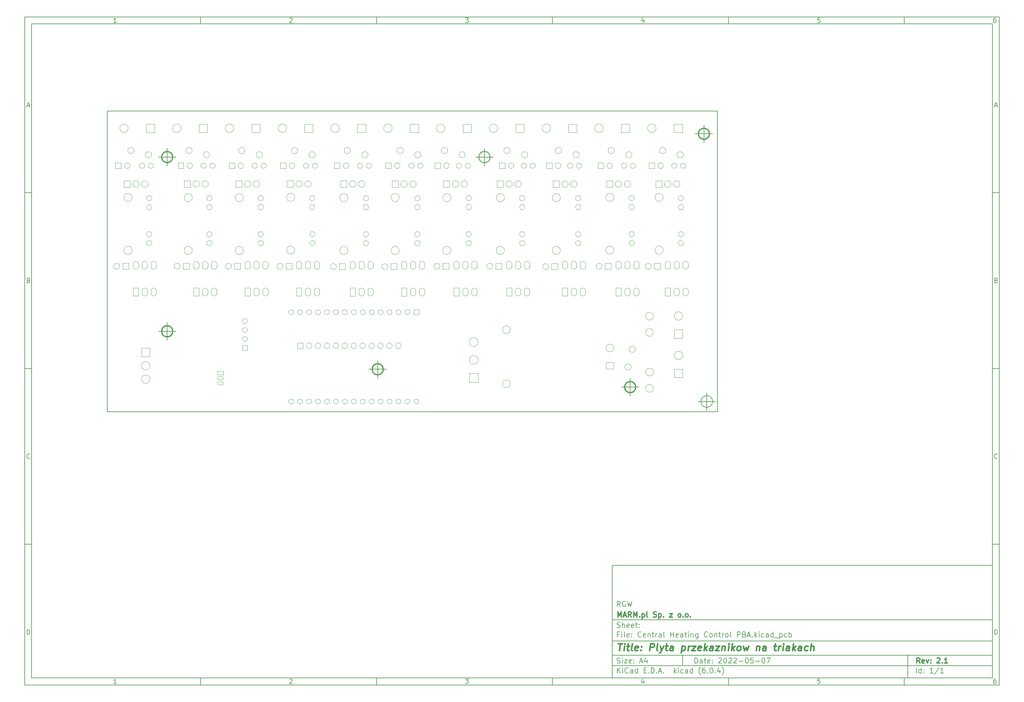
<source format=gbr>
%TF.GenerationSoftware,KiCad,Pcbnew,(6.0.4)*%
%TF.CreationDate,2022-05-29T19:49:36+02:00*%
%TF.ProjectId,Central Heating Control PBA,43656e74-7261-46c2-9048-656174696e67,2.1*%
%TF.SameCoordinates,Original*%
%TF.FileFunction,AssemblyDrawing,Bot*%
%FSLAX46Y46*%
G04 Gerber Fmt 4.6, Leading zero omitted, Abs format (unit mm)*
G04 Created by KiCad (PCBNEW (6.0.4)) date 2022-05-29 19:49:36*
%MOMM*%
%LPD*%
G01*
G04 APERTURE LIST*
%ADD10C,0.100000*%
%ADD11C,0.150000*%
%ADD12C,0.300000*%
%ADD13C,0.400000*%
%TA.AperFunction,Profile*%
%ADD14C,0.150000*%
%TD*%
G04 APERTURE END LIST*
D10*
D11*
X177002200Y-166007200D02*
X177002200Y-198007200D01*
X285002200Y-198007200D01*
X285002200Y-166007200D01*
X177002200Y-166007200D01*
D10*
D11*
X10000000Y-10000000D02*
X10000000Y-200007200D01*
X287002200Y-200007200D01*
X287002200Y-10000000D01*
X10000000Y-10000000D01*
D10*
D11*
X12000000Y-12000000D02*
X12000000Y-198007200D01*
X285002200Y-198007200D01*
X285002200Y-12000000D01*
X12000000Y-12000000D01*
D10*
D11*
X60000000Y-12000000D02*
X60000000Y-10000000D01*
D10*
D11*
X110000000Y-12000000D02*
X110000000Y-10000000D01*
D10*
D11*
X160000000Y-12000000D02*
X160000000Y-10000000D01*
D10*
D11*
X210000000Y-12000000D02*
X210000000Y-10000000D01*
D10*
D11*
X260000000Y-12000000D02*
X260000000Y-10000000D01*
D10*
D11*
X36065476Y-11588095D02*
X35322619Y-11588095D01*
X35694047Y-11588095D02*
X35694047Y-10288095D01*
X35570238Y-10473809D01*
X35446428Y-10597619D01*
X35322619Y-10659523D01*
D10*
D11*
X85322619Y-10411904D02*
X85384523Y-10350000D01*
X85508333Y-10288095D01*
X85817857Y-10288095D01*
X85941666Y-10350000D01*
X86003571Y-10411904D01*
X86065476Y-10535714D01*
X86065476Y-10659523D01*
X86003571Y-10845238D01*
X85260714Y-11588095D01*
X86065476Y-11588095D01*
D10*
D11*
X135260714Y-10288095D02*
X136065476Y-10288095D01*
X135632142Y-10783333D01*
X135817857Y-10783333D01*
X135941666Y-10845238D01*
X136003571Y-10907142D01*
X136065476Y-11030952D01*
X136065476Y-11340476D01*
X136003571Y-11464285D01*
X135941666Y-11526190D01*
X135817857Y-11588095D01*
X135446428Y-11588095D01*
X135322619Y-11526190D01*
X135260714Y-11464285D01*
D10*
D11*
X185941666Y-10721428D02*
X185941666Y-11588095D01*
X185632142Y-10226190D02*
X185322619Y-11154761D01*
X186127380Y-11154761D01*
D10*
D11*
X236003571Y-10288095D02*
X235384523Y-10288095D01*
X235322619Y-10907142D01*
X235384523Y-10845238D01*
X235508333Y-10783333D01*
X235817857Y-10783333D01*
X235941666Y-10845238D01*
X236003571Y-10907142D01*
X236065476Y-11030952D01*
X236065476Y-11340476D01*
X236003571Y-11464285D01*
X235941666Y-11526190D01*
X235817857Y-11588095D01*
X235508333Y-11588095D01*
X235384523Y-11526190D01*
X235322619Y-11464285D01*
D10*
D11*
X285941666Y-10288095D02*
X285694047Y-10288095D01*
X285570238Y-10350000D01*
X285508333Y-10411904D01*
X285384523Y-10597619D01*
X285322619Y-10845238D01*
X285322619Y-11340476D01*
X285384523Y-11464285D01*
X285446428Y-11526190D01*
X285570238Y-11588095D01*
X285817857Y-11588095D01*
X285941666Y-11526190D01*
X286003571Y-11464285D01*
X286065476Y-11340476D01*
X286065476Y-11030952D01*
X286003571Y-10907142D01*
X285941666Y-10845238D01*
X285817857Y-10783333D01*
X285570238Y-10783333D01*
X285446428Y-10845238D01*
X285384523Y-10907142D01*
X285322619Y-11030952D01*
D10*
D11*
X60000000Y-198007200D02*
X60000000Y-200007200D01*
D10*
D11*
X110000000Y-198007200D02*
X110000000Y-200007200D01*
D10*
D11*
X160000000Y-198007200D02*
X160000000Y-200007200D01*
D10*
D11*
X210000000Y-198007200D02*
X210000000Y-200007200D01*
D10*
D11*
X260000000Y-198007200D02*
X260000000Y-200007200D01*
D10*
D11*
X36065476Y-199595295D02*
X35322619Y-199595295D01*
X35694047Y-199595295D02*
X35694047Y-198295295D01*
X35570238Y-198481009D01*
X35446428Y-198604819D01*
X35322619Y-198666723D01*
D10*
D11*
X85322619Y-198419104D02*
X85384523Y-198357200D01*
X85508333Y-198295295D01*
X85817857Y-198295295D01*
X85941666Y-198357200D01*
X86003571Y-198419104D01*
X86065476Y-198542914D01*
X86065476Y-198666723D01*
X86003571Y-198852438D01*
X85260714Y-199595295D01*
X86065476Y-199595295D01*
D10*
D11*
X135260714Y-198295295D02*
X136065476Y-198295295D01*
X135632142Y-198790533D01*
X135817857Y-198790533D01*
X135941666Y-198852438D01*
X136003571Y-198914342D01*
X136065476Y-199038152D01*
X136065476Y-199347676D01*
X136003571Y-199471485D01*
X135941666Y-199533390D01*
X135817857Y-199595295D01*
X135446428Y-199595295D01*
X135322619Y-199533390D01*
X135260714Y-199471485D01*
D10*
D11*
X185941666Y-198728628D02*
X185941666Y-199595295D01*
X185632142Y-198233390D02*
X185322619Y-199161961D01*
X186127380Y-199161961D01*
D10*
D11*
X236003571Y-198295295D02*
X235384523Y-198295295D01*
X235322619Y-198914342D01*
X235384523Y-198852438D01*
X235508333Y-198790533D01*
X235817857Y-198790533D01*
X235941666Y-198852438D01*
X236003571Y-198914342D01*
X236065476Y-199038152D01*
X236065476Y-199347676D01*
X236003571Y-199471485D01*
X235941666Y-199533390D01*
X235817857Y-199595295D01*
X235508333Y-199595295D01*
X235384523Y-199533390D01*
X235322619Y-199471485D01*
D10*
D11*
X285941666Y-198295295D02*
X285694047Y-198295295D01*
X285570238Y-198357200D01*
X285508333Y-198419104D01*
X285384523Y-198604819D01*
X285322619Y-198852438D01*
X285322619Y-199347676D01*
X285384523Y-199471485D01*
X285446428Y-199533390D01*
X285570238Y-199595295D01*
X285817857Y-199595295D01*
X285941666Y-199533390D01*
X286003571Y-199471485D01*
X286065476Y-199347676D01*
X286065476Y-199038152D01*
X286003571Y-198914342D01*
X285941666Y-198852438D01*
X285817857Y-198790533D01*
X285570238Y-198790533D01*
X285446428Y-198852438D01*
X285384523Y-198914342D01*
X285322619Y-199038152D01*
D10*
D11*
X10000000Y-60000000D02*
X12000000Y-60000000D01*
D10*
D11*
X10000000Y-110000000D02*
X12000000Y-110000000D01*
D10*
D11*
X10000000Y-160000000D02*
X12000000Y-160000000D01*
D10*
D11*
X10690476Y-35216666D02*
X11309523Y-35216666D01*
X10566666Y-35588095D02*
X11000000Y-34288095D01*
X11433333Y-35588095D01*
D10*
D11*
X11092857Y-84907142D02*
X11278571Y-84969047D01*
X11340476Y-85030952D01*
X11402380Y-85154761D01*
X11402380Y-85340476D01*
X11340476Y-85464285D01*
X11278571Y-85526190D01*
X11154761Y-85588095D01*
X10659523Y-85588095D01*
X10659523Y-84288095D01*
X11092857Y-84288095D01*
X11216666Y-84350000D01*
X11278571Y-84411904D01*
X11340476Y-84535714D01*
X11340476Y-84659523D01*
X11278571Y-84783333D01*
X11216666Y-84845238D01*
X11092857Y-84907142D01*
X10659523Y-84907142D01*
D10*
D11*
X11402380Y-135464285D02*
X11340476Y-135526190D01*
X11154761Y-135588095D01*
X11030952Y-135588095D01*
X10845238Y-135526190D01*
X10721428Y-135402380D01*
X10659523Y-135278571D01*
X10597619Y-135030952D01*
X10597619Y-134845238D01*
X10659523Y-134597619D01*
X10721428Y-134473809D01*
X10845238Y-134350000D01*
X11030952Y-134288095D01*
X11154761Y-134288095D01*
X11340476Y-134350000D01*
X11402380Y-134411904D01*
D10*
D11*
X10659523Y-185588095D02*
X10659523Y-184288095D01*
X10969047Y-184288095D01*
X11154761Y-184350000D01*
X11278571Y-184473809D01*
X11340476Y-184597619D01*
X11402380Y-184845238D01*
X11402380Y-185030952D01*
X11340476Y-185278571D01*
X11278571Y-185402380D01*
X11154761Y-185526190D01*
X10969047Y-185588095D01*
X10659523Y-185588095D01*
D10*
D11*
X287002200Y-60000000D02*
X285002200Y-60000000D01*
D10*
D11*
X287002200Y-110000000D02*
X285002200Y-110000000D01*
D10*
D11*
X287002200Y-160000000D02*
X285002200Y-160000000D01*
D10*
D11*
X285692676Y-35216666D02*
X286311723Y-35216666D01*
X285568866Y-35588095D02*
X286002200Y-34288095D01*
X286435533Y-35588095D01*
D10*
D11*
X286095057Y-84907142D02*
X286280771Y-84969047D01*
X286342676Y-85030952D01*
X286404580Y-85154761D01*
X286404580Y-85340476D01*
X286342676Y-85464285D01*
X286280771Y-85526190D01*
X286156961Y-85588095D01*
X285661723Y-85588095D01*
X285661723Y-84288095D01*
X286095057Y-84288095D01*
X286218866Y-84350000D01*
X286280771Y-84411904D01*
X286342676Y-84535714D01*
X286342676Y-84659523D01*
X286280771Y-84783333D01*
X286218866Y-84845238D01*
X286095057Y-84907142D01*
X285661723Y-84907142D01*
D10*
D11*
X286404580Y-135464285D02*
X286342676Y-135526190D01*
X286156961Y-135588095D01*
X286033152Y-135588095D01*
X285847438Y-135526190D01*
X285723628Y-135402380D01*
X285661723Y-135278571D01*
X285599819Y-135030952D01*
X285599819Y-134845238D01*
X285661723Y-134597619D01*
X285723628Y-134473809D01*
X285847438Y-134350000D01*
X286033152Y-134288095D01*
X286156961Y-134288095D01*
X286342676Y-134350000D01*
X286404580Y-134411904D01*
D10*
D11*
X285661723Y-185588095D02*
X285661723Y-184288095D01*
X285971247Y-184288095D01*
X286156961Y-184350000D01*
X286280771Y-184473809D01*
X286342676Y-184597619D01*
X286404580Y-184845238D01*
X286404580Y-185030952D01*
X286342676Y-185278571D01*
X286280771Y-185402380D01*
X286156961Y-185526190D01*
X285971247Y-185588095D01*
X285661723Y-185588095D01*
D10*
D11*
X200434342Y-193785771D02*
X200434342Y-192285771D01*
X200791485Y-192285771D01*
X201005771Y-192357200D01*
X201148628Y-192500057D01*
X201220057Y-192642914D01*
X201291485Y-192928628D01*
X201291485Y-193142914D01*
X201220057Y-193428628D01*
X201148628Y-193571485D01*
X201005771Y-193714342D01*
X200791485Y-193785771D01*
X200434342Y-193785771D01*
X202577200Y-193785771D02*
X202577200Y-193000057D01*
X202505771Y-192857200D01*
X202362914Y-192785771D01*
X202077200Y-192785771D01*
X201934342Y-192857200D01*
X202577200Y-193714342D02*
X202434342Y-193785771D01*
X202077200Y-193785771D01*
X201934342Y-193714342D01*
X201862914Y-193571485D01*
X201862914Y-193428628D01*
X201934342Y-193285771D01*
X202077200Y-193214342D01*
X202434342Y-193214342D01*
X202577200Y-193142914D01*
X203077200Y-192785771D02*
X203648628Y-192785771D01*
X203291485Y-192285771D02*
X203291485Y-193571485D01*
X203362914Y-193714342D01*
X203505771Y-193785771D01*
X203648628Y-193785771D01*
X204720057Y-193714342D02*
X204577200Y-193785771D01*
X204291485Y-193785771D01*
X204148628Y-193714342D01*
X204077200Y-193571485D01*
X204077200Y-193000057D01*
X204148628Y-192857200D01*
X204291485Y-192785771D01*
X204577200Y-192785771D01*
X204720057Y-192857200D01*
X204791485Y-193000057D01*
X204791485Y-193142914D01*
X204077200Y-193285771D01*
X205434342Y-193642914D02*
X205505771Y-193714342D01*
X205434342Y-193785771D01*
X205362914Y-193714342D01*
X205434342Y-193642914D01*
X205434342Y-193785771D01*
X205434342Y-192857200D02*
X205505771Y-192928628D01*
X205434342Y-193000057D01*
X205362914Y-192928628D01*
X205434342Y-192857200D01*
X205434342Y-193000057D01*
X207220057Y-192428628D02*
X207291485Y-192357200D01*
X207434342Y-192285771D01*
X207791485Y-192285771D01*
X207934342Y-192357200D01*
X208005771Y-192428628D01*
X208077200Y-192571485D01*
X208077200Y-192714342D01*
X208005771Y-192928628D01*
X207148628Y-193785771D01*
X208077200Y-193785771D01*
X209005771Y-192285771D02*
X209148628Y-192285771D01*
X209291485Y-192357200D01*
X209362914Y-192428628D01*
X209434342Y-192571485D01*
X209505771Y-192857200D01*
X209505771Y-193214342D01*
X209434342Y-193500057D01*
X209362914Y-193642914D01*
X209291485Y-193714342D01*
X209148628Y-193785771D01*
X209005771Y-193785771D01*
X208862914Y-193714342D01*
X208791485Y-193642914D01*
X208720057Y-193500057D01*
X208648628Y-193214342D01*
X208648628Y-192857200D01*
X208720057Y-192571485D01*
X208791485Y-192428628D01*
X208862914Y-192357200D01*
X209005771Y-192285771D01*
X210077200Y-192428628D02*
X210148628Y-192357200D01*
X210291485Y-192285771D01*
X210648628Y-192285771D01*
X210791485Y-192357200D01*
X210862914Y-192428628D01*
X210934342Y-192571485D01*
X210934342Y-192714342D01*
X210862914Y-192928628D01*
X210005771Y-193785771D01*
X210934342Y-193785771D01*
X211505771Y-192428628D02*
X211577200Y-192357200D01*
X211720057Y-192285771D01*
X212077200Y-192285771D01*
X212220057Y-192357200D01*
X212291485Y-192428628D01*
X212362914Y-192571485D01*
X212362914Y-192714342D01*
X212291485Y-192928628D01*
X211434342Y-193785771D01*
X212362914Y-193785771D01*
X213005771Y-193214342D02*
X214148628Y-193214342D01*
X215148628Y-192285771D02*
X215291485Y-192285771D01*
X215434342Y-192357200D01*
X215505771Y-192428628D01*
X215577200Y-192571485D01*
X215648628Y-192857200D01*
X215648628Y-193214342D01*
X215577200Y-193500057D01*
X215505771Y-193642914D01*
X215434342Y-193714342D01*
X215291485Y-193785771D01*
X215148628Y-193785771D01*
X215005771Y-193714342D01*
X214934342Y-193642914D01*
X214862914Y-193500057D01*
X214791485Y-193214342D01*
X214791485Y-192857200D01*
X214862914Y-192571485D01*
X214934342Y-192428628D01*
X215005771Y-192357200D01*
X215148628Y-192285771D01*
X217005771Y-192285771D02*
X216291485Y-192285771D01*
X216220057Y-193000057D01*
X216291485Y-192928628D01*
X216434342Y-192857200D01*
X216791485Y-192857200D01*
X216934342Y-192928628D01*
X217005771Y-193000057D01*
X217077200Y-193142914D01*
X217077200Y-193500057D01*
X217005771Y-193642914D01*
X216934342Y-193714342D01*
X216791485Y-193785771D01*
X216434342Y-193785771D01*
X216291485Y-193714342D01*
X216220057Y-193642914D01*
X217720057Y-193214342D02*
X218862914Y-193214342D01*
X219862914Y-192285771D02*
X220005771Y-192285771D01*
X220148628Y-192357200D01*
X220220057Y-192428628D01*
X220291485Y-192571485D01*
X220362914Y-192857200D01*
X220362914Y-193214342D01*
X220291485Y-193500057D01*
X220220057Y-193642914D01*
X220148628Y-193714342D01*
X220005771Y-193785771D01*
X219862914Y-193785771D01*
X219720057Y-193714342D01*
X219648628Y-193642914D01*
X219577200Y-193500057D01*
X219505771Y-193214342D01*
X219505771Y-192857200D01*
X219577200Y-192571485D01*
X219648628Y-192428628D01*
X219720057Y-192357200D01*
X219862914Y-192285771D01*
X220862914Y-192285771D02*
X221862914Y-192285771D01*
X221220057Y-193785771D01*
D10*
D11*
X177002200Y-194507200D02*
X285002200Y-194507200D01*
D10*
D11*
X178434342Y-196585771D02*
X178434342Y-195085771D01*
X179291485Y-196585771D02*
X178648628Y-195728628D01*
X179291485Y-195085771D02*
X178434342Y-195942914D01*
X179934342Y-196585771D02*
X179934342Y-195585771D01*
X179934342Y-195085771D02*
X179862914Y-195157200D01*
X179934342Y-195228628D01*
X180005771Y-195157200D01*
X179934342Y-195085771D01*
X179934342Y-195228628D01*
X181505771Y-196442914D02*
X181434342Y-196514342D01*
X181220057Y-196585771D01*
X181077200Y-196585771D01*
X180862914Y-196514342D01*
X180720057Y-196371485D01*
X180648628Y-196228628D01*
X180577200Y-195942914D01*
X180577200Y-195728628D01*
X180648628Y-195442914D01*
X180720057Y-195300057D01*
X180862914Y-195157200D01*
X181077200Y-195085771D01*
X181220057Y-195085771D01*
X181434342Y-195157200D01*
X181505771Y-195228628D01*
X182791485Y-196585771D02*
X182791485Y-195800057D01*
X182720057Y-195657200D01*
X182577200Y-195585771D01*
X182291485Y-195585771D01*
X182148628Y-195657200D01*
X182791485Y-196514342D02*
X182648628Y-196585771D01*
X182291485Y-196585771D01*
X182148628Y-196514342D01*
X182077200Y-196371485D01*
X182077200Y-196228628D01*
X182148628Y-196085771D01*
X182291485Y-196014342D01*
X182648628Y-196014342D01*
X182791485Y-195942914D01*
X184148628Y-196585771D02*
X184148628Y-195085771D01*
X184148628Y-196514342D02*
X184005771Y-196585771D01*
X183720057Y-196585771D01*
X183577200Y-196514342D01*
X183505771Y-196442914D01*
X183434342Y-196300057D01*
X183434342Y-195871485D01*
X183505771Y-195728628D01*
X183577200Y-195657200D01*
X183720057Y-195585771D01*
X184005771Y-195585771D01*
X184148628Y-195657200D01*
X186005771Y-195800057D02*
X186505771Y-195800057D01*
X186720057Y-196585771D02*
X186005771Y-196585771D01*
X186005771Y-195085771D01*
X186720057Y-195085771D01*
X187362914Y-196442914D02*
X187434342Y-196514342D01*
X187362914Y-196585771D01*
X187291485Y-196514342D01*
X187362914Y-196442914D01*
X187362914Y-196585771D01*
X188077200Y-196585771D02*
X188077200Y-195085771D01*
X188434342Y-195085771D01*
X188648628Y-195157200D01*
X188791485Y-195300057D01*
X188862914Y-195442914D01*
X188934342Y-195728628D01*
X188934342Y-195942914D01*
X188862914Y-196228628D01*
X188791485Y-196371485D01*
X188648628Y-196514342D01*
X188434342Y-196585771D01*
X188077200Y-196585771D01*
X189577200Y-196442914D02*
X189648628Y-196514342D01*
X189577200Y-196585771D01*
X189505771Y-196514342D01*
X189577200Y-196442914D01*
X189577200Y-196585771D01*
X190220057Y-196157200D02*
X190934342Y-196157200D01*
X190077200Y-196585771D02*
X190577200Y-195085771D01*
X191077200Y-196585771D01*
X191577200Y-196442914D02*
X191648628Y-196514342D01*
X191577200Y-196585771D01*
X191505771Y-196514342D01*
X191577200Y-196442914D01*
X191577200Y-196585771D01*
X194577200Y-196585771D02*
X194577200Y-195085771D01*
X194720057Y-196014342D02*
X195148628Y-196585771D01*
X195148628Y-195585771D02*
X194577200Y-196157200D01*
X195791485Y-196585771D02*
X195791485Y-195585771D01*
X195791485Y-195085771D02*
X195720057Y-195157200D01*
X195791485Y-195228628D01*
X195862914Y-195157200D01*
X195791485Y-195085771D01*
X195791485Y-195228628D01*
X197148628Y-196514342D02*
X197005771Y-196585771D01*
X196720057Y-196585771D01*
X196577200Y-196514342D01*
X196505771Y-196442914D01*
X196434342Y-196300057D01*
X196434342Y-195871485D01*
X196505771Y-195728628D01*
X196577200Y-195657200D01*
X196720057Y-195585771D01*
X197005771Y-195585771D01*
X197148628Y-195657200D01*
X198434342Y-196585771D02*
X198434342Y-195800057D01*
X198362914Y-195657200D01*
X198220057Y-195585771D01*
X197934342Y-195585771D01*
X197791485Y-195657200D01*
X198434342Y-196514342D02*
X198291485Y-196585771D01*
X197934342Y-196585771D01*
X197791485Y-196514342D01*
X197720057Y-196371485D01*
X197720057Y-196228628D01*
X197791485Y-196085771D01*
X197934342Y-196014342D01*
X198291485Y-196014342D01*
X198434342Y-195942914D01*
X199791485Y-196585771D02*
X199791485Y-195085771D01*
X199791485Y-196514342D02*
X199648628Y-196585771D01*
X199362914Y-196585771D01*
X199220057Y-196514342D01*
X199148628Y-196442914D01*
X199077200Y-196300057D01*
X199077200Y-195871485D01*
X199148628Y-195728628D01*
X199220057Y-195657200D01*
X199362914Y-195585771D01*
X199648628Y-195585771D01*
X199791485Y-195657200D01*
X202077200Y-197157200D02*
X202005771Y-197085771D01*
X201862914Y-196871485D01*
X201791485Y-196728628D01*
X201720057Y-196514342D01*
X201648628Y-196157200D01*
X201648628Y-195871485D01*
X201720057Y-195514342D01*
X201791485Y-195300057D01*
X201862914Y-195157200D01*
X202005771Y-194942914D01*
X202077200Y-194871485D01*
X203291485Y-195085771D02*
X203005771Y-195085771D01*
X202862914Y-195157200D01*
X202791485Y-195228628D01*
X202648628Y-195442914D01*
X202577200Y-195728628D01*
X202577200Y-196300057D01*
X202648628Y-196442914D01*
X202720057Y-196514342D01*
X202862914Y-196585771D01*
X203148628Y-196585771D01*
X203291485Y-196514342D01*
X203362914Y-196442914D01*
X203434342Y-196300057D01*
X203434342Y-195942914D01*
X203362914Y-195800057D01*
X203291485Y-195728628D01*
X203148628Y-195657200D01*
X202862914Y-195657200D01*
X202720057Y-195728628D01*
X202648628Y-195800057D01*
X202577200Y-195942914D01*
X204077200Y-196442914D02*
X204148628Y-196514342D01*
X204077200Y-196585771D01*
X204005771Y-196514342D01*
X204077200Y-196442914D01*
X204077200Y-196585771D01*
X205077200Y-195085771D02*
X205220057Y-195085771D01*
X205362914Y-195157200D01*
X205434342Y-195228628D01*
X205505771Y-195371485D01*
X205577200Y-195657200D01*
X205577200Y-196014342D01*
X205505771Y-196300057D01*
X205434342Y-196442914D01*
X205362914Y-196514342D01*
X205220057Y-196585771D01*
X205077200Y-196585771D01*
X204934342Y-196514342D01*
X204862914Y-196442914D01*
X204791485Y-196300057D01*
X204720057Y-196014342D01*
X204720057Y-195657200D01*
X204791485Y-195371485D01*
X204862914Y-195228628D01*
X204934342Y-195157200D01*
X205077200Y-195085771D01*
X206220057Y-196442914D02*
X206291485Y-196514342D01*
X206220057Y-196585771D01*
X206148628Y-196514342D01*
X206220057Y-196442914D01*
X206220057Y-196585771D01*
X207577200Y-195585771D02*
X207577200Y-196585771D01*
X207220057Y-195014342D02*
X206862914Y-196085771D01*
X207791485Y-196085771D01*
X208220057Y-197157200D02*
X208291485Y-197085771D01*
X208434342Y-196871485D01*
X208505771Y-196728628D01*
X208577200Y-196514342D01*
X208648628Y-196157200D01*
X208648628Y-195871485D01*
X208577200Y-195514342D01*
X208505771Y-195300057D01*
X208434342Y-195157200D01*
X208291485Y-194942914D01*
X208220057Y-194871485D01*
D10*
D11*
X177002200Y-191507200D02*
X285002200Y-191507200D01*
D10*
D12*
X264411485Y-193785771D02*
X263911485Y-193071485D01*
X263554342Y-193785771D02*
X263554342Y-192285771D01*
X264125771Y-192285771D01*
X264268628Y-192357200D01*
X264340057Y-192428628D01*
X264411485Y-192571485D01*
X264411485Y-192785771D01*
X264340057Y-192928628D01*
X264268628Y-193000057D01*
X264125771Y-193071485D01*
X263554342Y-193071485D01*
X265625771Y-193714342D02*
X265482914Y-193785771D01*
X265197200Y-193785771D01*
X265054342Y-193714342D01*
X264982914Y-193571485D01*
X264982914Y-193000057D01*
X265054342Y-192857200D01*
X265197200Y-192785771D01*
X265482914Y-192785771D01*
X265625771Y-192857200D01*
X265697200Y-193000057D01*
X265697200Y-193142914D01*
X264982914Y-193285771D01*
X266197200Y-192785771D02*
X266554342Y-193785771D01*
X266911485Y-192785771D01*
X267482914Y-193642914D02*
X267554342Y-193714342D01*
X267482914Y-193785771D01*
X267411485Y-193714342D01*
X267482914Y-193642914D01*
X267482914Y-193785771D01*
X267482914Y-192857200D02*
X267554342Y-192928628D01*
X267482914Y-193000057D01*
X267411485Y-192928628D01*
X267482914Y-192857200D01*
X267482914Y-193000057D01*
X269268628Y-192428628D02*
X269340057Y-192357200D01*
X269482914Y-192285771D01*
X269840057Y-192285771D01*
X269982914Y-192357200D01*
X270054342Y-192428628D01*
X270125771Y-192571485D01*
X270125771Y-192714342D01*
X270054342Y-192928628D01*
X269197200Y-193785771D01*
X270125771Y-193785771D01*
X270768628Y-193642914D02*
X270840057Y-193714342D01*
X270768628Y-193785771D01*
X270697200Y-193714342D01*
X270768628Y-193642914D01*
X270768628Y-193785771D01*
X272268628Y-193785771D02*
X271411485Y-193785771D01*
X271840057Y-193785771D02*
X271840057Y-192285771D01*
X271697200Y-192500057D01*
X271554342Y-192642914D01*
X271411485Y-192714342D01*
D10*
D11*
X178362914Y-193714342D02*
X178577200Y-193785771D01*
X178934342Y-193785771D01*
X179077200Y-193714342D01*
X179148628Y-193642914D01*
X179220057Y-193500057D01*
X179220057Y-193357200D01*
X179148628Y-193214342D01*
X179077200Y-193142914D01*
X178934342Y-193071485D01*
X178648628Y-193000057D01*
X178505771Y-192928628D01*
X178434342Y-192857200D01*
X178362914Y-192714342D01*
X178362914Y-192571485D01*
X178434342Y-192428628D01*
X178505771Y-192357200D01*
X178648628Y-192285771D01*
X179005771Y-192285771D01*
X179220057Y-192357200D01*
X179862914Y-193785771D02*
X179862914Y-192785771D01*
X179862914Y-192285771D02*
X179791485Y-192357200D01*
X179862914Y-192428628D01*
X179934342Y-192357200D01*
X179862914Y-192285771D01*
X179862914Y-192428628D01*
X180434342Y-192785771D02*
X181220057Y-192785771D01*
X180434342Y-193785771D01*
X181220057Y-193785771D01*
X182362914Y-193714342D02*
X182220057Y-193785771D01*
X181934342Y-193785771D01*
X181791485Y-193714342D01*
X181720057Y-193571485D01*
X181720057Y-193000057D01*
X181791485Y-192857200D01*
X181934342Y-192785771D01*
X182220057Y-192785771D01*
X182362914Y-192857200D01*
X182434342Y-193000057D01*
X182434342Y-193142914D01*
X181720057Y-193285771D01*
X183077200Y-193642914D02*
X183148628Y-193714342D01*
X183077200Y-193785771D01*
X183005771Y-193714342D01*
X183077200Y-193642914D01*
X183077200Y-193785771D01*
X183077200Y-192857200D02*
X183148628Y-192928628D01*
X183077200Y-193000057D01*
X183005771Y-192928628D01*
X183077200Y-192857200D01*
X183077200Y-193000057D01*
X184862914Y-193357200D02*
X185577200Y-193357200D01*
X184720057Y-193785771D02*
X185220057Y-192285771D01*
X185720057Y-193785771D01*
X186862914Y-192785771D02*
X186862914Y-193785771D01*
X186505771Y-192214342D02*
X186148628Y-193285771D01*
X187077200Y-193285771D01*
D10*
D11*
X263434342Y-196585771D02*
X263434342Y-195085771D01*
X264791485Y-196585771D02*
X264791485Y-195085771D01*
X264791485Y-196514342D02*
X264648628Y-196585771D01*
X264362914Y-196585771D01*
X264220057Y-196514342D01*
X264148628Y-196442914D01*
X264077200Y-196300057D01*
X264077200Y-195871485D01*
X264148628Y-195728628D01*
X264220057Y-195657200D01*
X264362914Y-195585771D01*
X264648628Y-195585771D01*
X264791485Y-195657200D01*
X265505771Y-196442914D02*
X265577200Y-196514342D01*
X265505771Y-196585771D01*
X265434342Y-196514342D01*
X265505771Y-196442914D01*
X265505771Y-196585771D01*
X265505771Y-195657200D02*
X265577200Y-195728628D01*
X265505771Y-195800057D01*
X265434342Y-195728628D01*
X265505771Y-195657200D01*
X265505771Y-195800057D01*
X268148628Y-196585771D02*
X267291485Y-196585771D01*
X267720057Y-196585771D02*
X267720057Y-195085771D01*
X267577200Y-195300057D01*
X267434342Y-195442914D01*
X267291485Y-195514342D01*
X269862914Y-195014342D02*
X268577200Y-196942914D01*
X271148628Y-196585771D02*
X270291485Y-196585771D01*
X270720057Y-196585771D02*
X270720057Y-195085771D01*
X270577200Y-195300057D01*
X270434342Y-195442914D01*
X270291485Y-195514342D01*
D10*
D11*
X177002200Y-187507200D02*
X285002200Y-187507200D01*
D10*
D13*
X178714580Y-188211961D02*
X179857438Y-188211961D01*
X179036009Y-190211961D02*
X179286009Y-188211961D01*
X180274104Y-190211961D02*
X180440771Y-188878628D01*
X180524104Y-188211961D02*
X180416961Y-188307200D01*
X180500295Y-188402438D01*
X180607438Y-188307200D01*
X180524104Y-188211961D01*
X180500295Y-188402438D01*
X181107438Y-188878628D02*
X181869342Y-188878628D01*
X181476485Y-188211961D02*
X181262200Y-189926247D01*
X181333628Y-190116723D01*
X181512200Y-190211961D01*
X181702676Y-190211961D01*
X182655057Y-190211961D02*
X182476485Y-190116723D01*
X182405057Y-189926247D01*
X182619342Y-188211961D01*
X184190771Y-190116723D02*
X183988390Y-190211961D01*
X183607438Y-190211961D01*
X183428866Y-190116723D01*
X183357438Y-189926247D01*
X183452676Y-189164342D01*
X183571723Y-188973866D01*
X183774104Y-188878628D01*
X184155057Y-188878628D01*
X184333628Y-188973866D01*
X184405057Y-189164342D01*
X184381247Y-189354819D01*
X183405057Y-189545295D01*
X185155057Y-190021485D02*
X185238390Y-190116723D01*
X185131247Y-190211961D01*
X185047914Y-190116723D01*
X185155057Y-190021485D01*
X185131247Y-190211961D01*
X185286009Y-188973866D02*
X185369342Y-189069104D01*
X185262200Y-189164342D01*
X185178866Y-189069104D01*
X185286009Y-188973866D01*
X185262200Y-189164342D01*
X187607438Y-190211961D02*
X187857438Y-188211961D01*
X188619342Y-188211961D01*
X188797914Y-188307200D01*
X188881247Y-188402438D01*
X188952676Y-188592914D01*
X188916961Y-188878628D01*
X188797914Y-189069104D01*
X188690771Y-189164342D01*
X188488390Y-189259580D01*
X187726485Y-189259580D01*
X189893152Y-190211961D02*
X189714580Y-190116723D01*
X189643152Y-189926247D01*
X189857438Y-188211961D01*
X190631247Y-188878628D02*
X190940771Y-190211961D01*
X191583628Y-188878628D02*
X190940771Y-190211961D01*
X190690771Y-190688152D01*
X190583628Y-190783390D01*
X190381247Y-190878628D01*
X192059819Y-188878628D02*
X192821723Y-188878628D01*
X192428866Y-188211961D02*
X192214580Y-189926247D01*
X192286009Y-190116723D01*
X192464580Y-190211961D01*
X192655057Y-190211961D01*
X194178866Y-190211961D02*
X194309819Y-189164342D01*
X194238390Y-188973866D01*
X194059819Y-188878628D01*
X193678866Y-188878628D01*
X193476485Y-188973866D01*
X194190771Y-190116723D02*
X193988390Y-190211961D01*
X193512200Y-190211961D01*
X193333628Y-190116723D01*
X193262200Y-189926247D01*
X193286009Y-189735771D01*
X193405057Y-189545295D01*
X193607438Y-189450057D01*
X194083628Y-189450057D01*
X194286009Y-189354819D01*
X196821723Y-188878628D02*
X196571723Y-190878628D01*
X196809819Y-188973866D02*
X197012200Y-188878628D01*
X197393152Y-188878628D01*
X197571723Y-188973866D01*
X197655057Y-189069104D01*
X197726485Y-189259580D01*
X197655057Y-189831009D01*
X197536009Y-190021485D01*
X197428866Y-190116723D01*
X197226485Y-190211961D01*
X196845533Y-190211961D01*
X196666961Y-190116723D01*
X198464580Y-190211961D02*
X198631247Y-188878628D01*
X198583628Y-189259580D02*
X198702676Y-189069104D01*
X198809819Y-188973866D01*
X199012200Y-188878628D01*
X199202676Y-188878628D01*
X199678866Y-188878628D02*
X200726485Y-188878628D01*
X199512200Y-190211961D01*
X200559819Y-190211961D01*
X202095533Y-190116723D02*
X201893152Y-190211961D01*
X201512200Y-190211961D01*
X201333628Y-190116723D01*
X201262200Y-189926247D01*
X201357438Y-189164342D01*
X201476485Y-188973866D01*
X201678866Y-188878628D01*
X202059819Y-188878628D01*
X202238390Y-188973866D01*
X202309819Y-189164342D01*
X202286009Y-189354819D01*
X201309819Y-189545295D01*
X203036009Y-190211961D02*
X203286009Y-188211961D01*
X203321723Y-189450057D02*
X203797914Y-190211961D01*
X203964580Y-188878628D02*
X203107438Y-189640533D01*
X205512200Y-190211961D02*
X205643152Y-189164342D01*
X205571723Y-188973866D01*
X205393152Y-188878628D01*
X205012200Y-188878628D01*
X204809819Y-188973866D01*
X205524104Y-190116723D02*
X205321723Y-190211961D01*
X204845533Y-190211961D01*
X204666961Y-190116723D01*
X204595533Y-189926247D01*
X204619342Y-189735771D01*
X204738390Y-189545295D01*
X204940771Y-189450057D01*
X205416961Y-189450057D01*
X205619342Y-189354819D01*
X206440771Y-188878628D02*
X207488390Y-188878628D01*
X206274104Y-190211961D01*
X207321723Y-190211961D01*
X208250295Y-188878628D02*
X208083628Y-190211961D01*
X208226485Y-189069104D02*
X208333628Y-188973866D01*
X208536009Y-188878628D01*
X208821723Y-188878628D01*
X209000295Y-188973866D01*
X209071723Y-189164342D01*
X208940771Y-190211961D01*
X209893152Y-190211961D02*
X210059819Y-188878628D01*
X210143152Y-188211961D02*
X210036009Y-188307200D01*
X210119342Y-188402438D01*
X210226485Y-188307200D01*
X210143152Y-188211961D01*
X210119342Y-188402438D01*
X210845533Y-190211961D02*
X211095533Y-188211961D01*
X211131247Y-189450057D02*
X211607438Y-190211961D01*
X211774104Y-188878628D02*
X210916961Y-189640533D01*
X212750295Y-190211961D02*
X212571723Y-190116723D01*
X212488390Y-190021485D01*
X212416961Y-189831009D01*
X212488390Y-189259580D01*
X212607438Y-189069104D01*
X212714580Y-188973866D01*
X212916961Y-188878628D01*
X213202676Y-188878628D01*
X213381247Y-188973866D01*
X213464580Y-189069104D01*
X213536009Y-189259580D01*
X213464580Y-189831009D01*
X213345533Y-190021485D01*
X213238390Y-190116723D01*
X213036009Y-190211961D01*
X212750295Y-190211961D01*
X214250295Y-188878628D02*
X214464580Y-190211961D01*
X214964580Y-189259580D01*
X215226485Y-190211961D01*
X215774104Y-188878628D01*
X218059819Y-188878628D02*
X217893152Y-190211961D01*
X218036009Y-189069104D02*
X218143152Y-188973866D01*
X218345533Y-188878628D01*
X218631247Y-188878628D01*
X218809819Y-188973866D01*
X218881247Y-189164342D01*
X218750295Y-190211961D01*
X220559819Y-190211961D02*
X220690771Y-189164342D01*
X220619342Y-188973866D01*
X220440771Y-188878628D01*
X220059819Y-188878628D01*
X219857438Y-188973866D01*
X220571723Y-190116723D02*
X220369342Y-190211961D01*
X219893152Y-190211961D01*
X219714580Y-190116723D01*
X219643152Y-189926247D01*
X219666961Y-189735771D01*
X219786009Y-189545295D01*
X219988390Y-189450057D01*
X220464580Y-189450057D01*
X220666961Y-189354819D01*
X222916961Y-188878628D02*
X223678866Y-188878628D01*
X223286009Y-188211961D02*
X223071723Y-189926247D01*
X223143152Y-190116723D01*
X223321723Y-190211961D01*
X223512200Y-190211961D01*
X224178866Y-190211961D02*
X224345533Y-188878628D01*
X224297914Y-189259580D02*
X224416961Y-189069104D01*
X224524104Y-188973866D01*
X224726485Y-188878628D01*
X224916961Y-188878628D01*
X225416961Y-190211961D02*
X225583628Y-188878628D01*
X225666961Y-188211961D02*
X225559819Y-188307200D01*
X225643152Y-188402438D01*
X225750295Y-188307200D01*
X225666961Y-188211961D01*
X225643152Y-188402438D01*
X227226485Y-190211961D02*
X227357438Y-189164342D01*
X227286009Y-188973866D01*
X227107438Y-188878628D01*
X226726485Y-188878628D01*
X226524104Y-188973866D01*
X227238390Y-190116723D02*
X227036009Y-190211961D01*
X226559819Y-190211961D01*
X226381247Y-190116723D01*
X226309819Y-189926247D01*
X226333628Y-189735771D01*
X226452676Y-189545295D01*
X226655057Y-189450057D01*
X227131247Y-189450057D01*
X227333628Y-189354819D01*
X228178866Y-190211961D02*
X228428866Y-188211961D01*
X228464580Y-189450057D02*
X228940771Y-190211961D01*
X229107438Y-188878628D02*
X228250295Y-189640533D01*
X230655057Y-190211961D02*
X230786009Y-189164342D01*
X230714580Y-188973866D01*
X230536009Y-188878628D01*
X230155057Y-188878628D01*
X229952676Y-188973866D01*
X230666961Y-190116723D02*
X230464580Y-190211961D01*
X229988390Y-190211961D01*
X229809819Y-190116723D01*
X229738390Y-189926247D01*
X229762200Y-189735771D01*
X229881247Y-189545295D01*
X230083628Y-189450057D01*
X230559819Y-189450057D01*
X230762200Y-189354819D01*
X232476485Y-190116723D02*
X232274104Y-190211961D01*
X231893152Y-190211961D01*
X231714580Y-190116723D01*
X231631247Y-190021485D01*
X231559819Y-189831009D01*
X231631247Y-189259580D01*
X231750295Y-189069104D01*
X231857438Y-188973866D01*
X232059819Y-188878628D01*
X232440771Y-188878628D01*
X232619342Y-188973866D01*
X233321723Y-190211961D02*
X233571723Y-188211961D01*
X234178866Y-190211961D02*
X234309819Y-189164342D01*
X234238390Y-188973866D01*
X234059819Y-188878628D01*
X233774104Y-188878628D01*
X233571723Y-188973866D01*
X233464580Y-189069104D01*
D10*
D11*
X178934342Y-185600057D02*
X178434342Y-185600057D01*
X178434342Y-186385771D02*
X178434342Y-184885771D01*
X179148628Y-184885771D01*
X179720057Y-186385771D02*
X179720057Y-185385771D01*
X179720057Y-184885771D02*
X179648628Y-184957200D01*
X179720057Y-185028628D01*
X179791485Y-184957200D01*
X179720057Y-184885771D01*
X179720057Y-185028628D01*
X180648628Y-186385771D02*
X180505771Y-186314342D01*
X180434342Y-186171485D01*
X180434342Y-184885771D01*
X181791485Y-186314342D02*
X181648628Y-186385771D01*
X181362914Y-186385771D01*
X181220057Y-186314342D01*
X181148628Y-186171485D01*
X181148628Y-185600057D01*
X181220057Y-185457200D01*
X181362914Y-185385771D01*
X181648628Y-185385771D01*
X181791485Y-185457200D01*
X181862914Y-185600057D01*
X181862914Y-185742914D01*
X181148628Y-185885771D01*
X182505771Y-186242914D02*
X182577200Y-186314342D01*
X182505771Y-186385771D01*
X182434342Y-186314342D01*
X182505771Y-186242914D01*
X182505771Y-186385771D01*
X182505771Y-185457200D02*
X182577200Y-185528628D01*
X182505771Y-185600057D01*
X182434342Y-185528628D01*
X182505771Y-185457200D01*
X182505771Y-185600057D01*
X185220057Y-186242914D02*
X185148628Y-186314342D01*
X184934342Y-186385771D01*
X184791485Y-186385771D01*
X184577200Y-186314342D01*
X184434342Y-186171485D01*
X184362914Y-186028628D01*
X184291485Y-185742914D01*
X184291485Y-185528628D01*
X184362914Y-185242914D01*
X184434342Y-185100057D01*
X184577200Y-184957200D01*
X184791485Y-184885771D01*
X184934342Y-184885771D01*
X185148628Y-184957200D01*
X185220057Y-185028628D01*
X186434342Y-186314342D02*
X186291485Y-186385771D01*
X186005771Y-186385771D01*
X185862914Y-186314342D01*
X185791485Y-186171485D01*
X185791485Y-185600057D01*
X185862914Y-185457200D01*
X186005771Y-185385771D01*
X186291485Y-185385771D01*
X186434342Y-185457200D01*
X186505771Y-185600057D01*
X186505771Y-185742914D01*
X185791485Y-185885771D01*
X187148628Y-185385771D02*
X187148628Y-186385771D01*
X187148628Y-185528628D02*
X187220057Y-185457200D01*
X187362914Y-185385771D01*
X187577200Y-185385771D01*
X187720057Y-185457200D01*
X187791485Y-185600057D01*
X187791485Y-186385771D01*
X188291485Y-185385771D02*
X188862914Y-185385771D01*
X188505771Y-184885771D02*
X188505771Y-186171485D01*
X188577200Y-186314342D01*
X188720057Y-186385771D01*
X188862914Y-186385771D01*
X189362914Y-186385771D02*
X189362914Y-185385771D01*
X189362914Y-185671485D02*
X189434342Y-185528628D01*
X189505771Y-185457200D01*
X189648628Y-185385771D01*
X189791485Y-185385771D01*
X190934342Y-186385771D02*
X190934342Y-185600057D01*
X190862914Y-185457200D01*
X190720057Y-185385771D01*
X190434342Y-185385771D01*
X190291485Y-185457200D01*
X190934342Y-186314342D02*
X190791485Y-186385771D01*
X190434342Y-186385771D01*
X190291485Y-186314342D01*
X190220057Y-186171485D01*
X190220057Y-186028628D01*
X190291485Y-185885771D01*
X190434342Y-185814342D01*
X190791485Y-185814342D01*
X190934342Y-185742914D01*
X191862914Y-186385771D02*
X191720057Y-186314342D01*
X191648628Y-186171485D01*
X191648628Y-184885771D01*
X193577200Y-186385771D02*
X193577200Y-184885771D01*
X193577200Y-185600057D02*
X194434342Y-185600057D01*
X194434342Y-186385771D02*
X194434342Y-184885771D01*
X195720057Y-186314342D02*
X195577200Y-186385771D01*
X195291485Y-186385771D01*
X195148628Y-186314342D01*
X195077200Y-186171485D01*
X195077200Y-185600057D01*
X195148628Y-185457200D01*
X195291485Y-185385771D01*
X195577200Y-185385771D01*
X195720057Y-185457200D01*
X195791485Y-185600057D01*
X195791485Y-185742914D01*
X195077200Y-185885771D01*
X197077200Y-186385771D02*
X197077200Y-185600057D01*
X197005771Y-185457200D01*
X196862914Y-185385771D01*
X196577200Y-185385771D01*
X196434342Y-185457200D01*
X197077200Y-186314342D02*
X196934342Y-186385771D01*
X196577200Y-186385771D01*
X196434342Y-186314342D01*
X196362914Y-186171485D01*
X196362914Y-186028628D01*
X196434342Y-185885771D01*
X196577200Y-185814342D01*
X196934342Y-185814342D01*
X197077200Y-185742914D01*
X197577200Y-185385771D02*
X198148628Y-185385771D01*
X197791485Y-184885771D02*
X197791485Y-186171485D01*
X197862914Y-186314342D01*
X198005771Y-186385771D01*
X198148628Y-186385771D01*
X198648628Y-186385771D02*
X198648628Y-185385771D01*
X198648628Y-184885771D02*
X198577200Y-184957200D01*
X198648628Y-185028628D01*
X198720057Y-184957200D01*
X198648628Y-184885771D01*
X198648628Y-185028628D01*
X199362914Y-185385771D02*
X199362914Y-186385771D01*
X199362914Y-185528628D02*
X199434342Y-185457200D01*
X199577200Y-185385771D01*
X199791485Y-185385771D01*
X199934342Y-185457200D01*
X200005771Y-185600057D01*
X200005771Y-186385771D01*
X201362914Y-185385771D02*
X201362914Y-186600057D01*
X201291485Y-186742914D01*
X201220057Y-186814342D01*
X201077200Y-186885771D01*
X200862914Y-186885771D01*
X200720057Y-186814342D01*
X201362914Y-186314342D02*
X201220057Y-186385771D01*
X200934342Y-186385771D01*
X200791485Y-186314342D01*
X200720057Y-186242914D01*
X200648628Y-186100057D01*
X200648628Y-185671485D01*
X200720057Y-185528628D01*
X200791485Y-185457200D01*
X200934342Y-185385771D01*
X201220057Y-185385771D01*
X201362914Y-185457200D01*
X204077200Y-186242914D02*
X204005771Y-186314342D01*
X203791485Y-186385771D01*
X203648628Y-186385771D01*
X203434342Y-186314342D01*
X203291485Y-186171485D01*
X203220057Y-186028628D01*
X203148628Y-185742914D01*
X203148628Y-185528628D01*
X203220057Y-185242914D01*
X203291485Y-185100057D01*
X203434342Y-184957200D01*
X203648628Y-184885771D01*
X203791485Y-184885771D01*
X204005771Y-184957200D01*
X204077200Y-185028628D01*
X204934342Y-186385771D02*
X204791485Y-186314342D01*
X204720057Y-186242914D01*
X204648628Y-186100057D01*
X204648628Y-185671485D01*
X204720057Y-185528628D01*
X204791485Y-185457200D01*
X204934342Y-185385771D01*
X205148628Y-185385771D01*
X205291485Y-185457200D01*
X205362914Y-185528628D01*
X205434342Y-185671485D01*
X205434342Y-186100057D01*
X205362914Y-186242914D01*
X205291485Y-186314342D01*
X205148628Y-186385771D01*
X204934342Y-186385771D01*
X206077200Y-185385771D02*
X206077200Y-186385771D01*
X206077200Y-185528628D02*
X206148628Y-185457200D01*
X206291485Y-185385771D01*
X206505771Y-185385771D01*
X206648628Y-185457200D01*
X206720057Y-185600057D01*
X206720057Y-186385771D01*
X207220057Y-185385771D02*
X207791485Y-185385771D01*
X207434342Y-184885771D02*
X207434342Y-186171485D01*
X207505771Y-186314342D01*
X207648628Y-186385771D01*
X207791485Y-186385771D01*
X208291485Y-186385771D02*
X208291485Y-185385771D01*
X208291485Y-185671485D02*
X208362914Y-185528628D01*
X208434342Y-185457200D01*
X208577200Y-185385771D01*
X208720057Y-185385771D01*
X209434342Y-186385771D02*
X209291485Y-186314342D01*
X209220057Y-186242914D01*
X209148628Y-186100057D01*
X209148628Y-185671485D01*
X209220057Y-185528628D01*
X209291485Y-185457200D01*
X209434342Y-185385771D01*
X209648628Y-185385771D01*
X209791485Y-185457200D01*
X209862914Y-185528628D01*
X209934342Y-185671485D01*
X209934342Y-186100057D01*
X209862914Y-186242914D01*
X209791485Y-186314342D01*
X209648628Y-186385771D01*
X209434342Y-186385771D01*
X210791485Y-186385771D02*
X210648628Y-186314342D01*
X210577200Y-186171485D01*
X210577200Y-184885771D01*
X212505771Y-186385771D02*
X212505771Y-184885771D01*
X213077200Y-184885771D01*
X213220057Y-184957200D01*
X213291485Y-185028628D01*
X213362914Y-185171485D01*
X213362914Y-185385771D01*
X213291485Y-185528628D01*
X213220057Y-185600057D01*
X213077200Y-185671485D01*
X212505771Y-185671485D01*
X214505771Y-185600057D02*
X214720057Y-185671485D01*
X214791485Y-185742914D01*
X214862914Y-185885771D01*
X214862914Y-186100057D01*
X214791485Y-186242914D01*
X214720057Y-186314342D01*
X214577200Y-186385771D01*
X214005771Y-186385771D01*
X214005771Y-184885771D01*
X214505771Y-184885771D01*
X214648628Y-184957200D01*
X214720057Y-185028628D01*
X214791485Y-185171485D01*
X214791485Y-185314342D01*
X214720057Y-185457200D01*
X214648628Y-185528628D01*
X214505771Y-185600057D01*
X214005771Y-185600057D01*
X215434342Y-185957200D02*
X216148628Y-185957200D01*
X215291485Y-186385771D02*
X215791485Y-184885771D01*
X216291485Y-186385771D01*
X216791485Y-186242914D02*
X216862914Y-186314342D01*
X216791485Y-186385771D01*
X216720057Y-186314342D01*
X216791485Y-186242914D01*
X216791485Y-186385771D01*
X217505771Y-186385771D02*
X217505771Y-184885771D01*
X217648628Y-185814342D02*
X218077200Y-186385771D01*
X218077200Y-185385771D02*
X217505771Y-185957200D01*
X218720057Y-186385771D02*
X218720057Y-185385771D01*
X218720057Y-184885771D02*
X218648628Y-184957200D01*
X218720057Y-185028628D01*
X218791485Y-184957200D01*
X218720057Y-184885771D01*
X218720057Y-185028628D01*
X220077200Y-186314342D02*
X219934342Y-186385771D01*
X219648628Y-186385771D01*
X219505771Y-186314342D01*
X219434342Y-186242914D01*
X219362914Y-186100057D01*
X219362914Y-185671485D01*
X219434342Y-185528628D01*
X219505771Y-185457200D01*
X219648628Y-185385771D01*
X219934342Y-185385771D01*
X220077200Y-185457200D01*
X221362914Y-186385771D02*
X221362914Y-185600057D01*
X221291485Y-185457200D01*
X221148628Y-185385771D01*
X220862914Y-185385771D01*
X220720057Y-185457200D01*
X221362914Y-186314342D02*
X221220057Y-186385771D01*
X220862914Y-186385771D01*
X220720057Y-186314342D01*
X220648628Y-186171485D01*
X220648628Y-186028628D01*
X220720057Y-185885771D01*
X220862914Y-185814342D01*
X221220057Y-185814342D01*
X221362914Y-185742914D01*
X222720057Y-186385771D02*
X222720057Y-184885771D01*
X222720057Y-186314342D02*
X222577200Y-186385771D01*
X222291485Y-186385771D01*
X222148628Y-186314342D01*
X222077200Y-186242914D01*
X222005771Y-186100057D01*
X222005771Y-185671485D01*
X222077200Y-185528628D01*
X222148628Y-185457200D01*
X222291485Y-185385771D01*
X222577200Y-185385771D01*
X222720057Y-185457200D01*
X223077200Y-186528628D02*
X224220057Y-186528628D01*
X224577200Y-185385771D02*
X224577200Y-186885771D01*
X224577200Y-185457200D02*
X224720057Y-185385771D01*
X225005771Y-185385771D01*
X225148628Y-185457200D01*
X225220057Y-185528628D01*
X225291485Y-185671485D01*
X225291485Y-186100057D01*
X225220057Y-186242914D01*
X225148628Y-186314342D01*
X225005771Y-186385771D01*
X224720057Y-186385771D01*
X224577200Y-186314342D01*
X226577200Y-186314342D02*
X226434342Y-186385771D01*
X226148628Y-186385771D01*
X226005771Y-186314342D01*
X225934342Y-186242914D01*
X225862914Y-186100057D01*
X225862914Y-185671485D01*
X225934342Y-185528628D01*
X226005771Y-185457200D01*
X226148628Y-185385771D01*
X226434342Y-185385771D01*
X226577200Y-185457200D01*
X227220057Y-186385771D02*
X227220057Y-184885771D01*
X227220057Y-185457200D02*
X227362914Y-185385771D01*
X227648628Y-185385771D01*
X227791485Y-185457200D01*
X227862914Y-185528628D01*
X227934342Y-185671485D01*
X227934342Y-186100057D01*
X227862914Y-186242914D01*
X227791485Y-186314342D01*
X227648628Y-186385771D01*
X227362914Y-186385771D01*
X227220057Y-186314342D01*
D10*
D11*
X177002200Y-181507200D02*
X285002200Y-181507200D01*
D10*
D11*
X178362914Y-183614342D02*
X178577200Y-183685771D01*
X178934342Y-183685771D01*
X179077200Y-183614342D01*
X179148628Y-183542914D01*
X179220057Y-183400057D01*
X179220057Y-183257200D01*
X179148628Y-183114342D01*
X179077200Y-183042914D01*
X178934342Y-182971485D01*
X178648628Y-182900057D01*
X178505771Y-182828628D01*
X178434342Y-182757200D01*
X178362914Y-182614342D01*
X178362914Y-182471485D01*
X178434342Y-182328628D01*
X178505771Y-182257200D01*
X178648628Y-182185771D01*
X179005771Y-182185771D01*
X179220057Y-182257200D01*
X179862914Y-183685771D02*
X179862914Y-182185771D01*
X180505771Y-183685771D02*
X180505771Y-182900057D01*
X180434342Y-182757200D01*
X180291485Y-182685771D01*
X180077200Y-182685771D01*
X179934342Y-182757200D01*
X179862914Y-182828628D01*
X181791485Y-183614342D02*
X181648628Y-183685771D01*
X181362914Y-183685771D01*
X181220057Y-183614342D01*
X181148628Y-183471485D01*
X181148628Y-182900057D01*
X181220057Y-182757200D01*
X181362914Y-182685771D01*
X181648628Y-182685771D01*
X181791485Y-182757200D01*
X181862914Y-182900057D01*
X181862914Y-183042914D01*
X181148628Y-183185771D01*
X183077200Y-183614342D02*
X182934342Y-183685771D01*
X182648628Y-183685771D01*
X182505771Y-183614342D01*
X182434342Y-183471485D01*
X182434342Y-182900057D01*
X182505771Y-182757200D01*
X182648628Y-182685771D01*
X182934342Y-182685771D01*
X183077200Y-182757200D01*
X183148628Y-182900057D01*
X183148628Y-183042914D01*
X182434342Y-183185771D01*
X183577200Y-182685771D02*
X184148628Y-182685771D01*
X183791485Y-182185771D02*
X183791485Y-183471485D01*
X183862914Y-183614342D01*
X184005771Y-183685771D01*
X184148628Y-183685771D01*
X184648628Y-183542914D02*
X184720057Y-183614342D01*
X184648628Y-183685771D01*
X184577200Y-183614342D01*
X184648628Y-183542914D01*
X184648628Y-183685771D01*
X184648628Y-182757200D02*
X184720057Y-182828628D01*
X184648628Y-182900057D01*
X184577200Y-182828628D01*
X184648628Y-182757200D01*
X184648628Y-182900057D01*
D10*
D12*
X178554342Y-180685771D02*
X178554342Y-179185771D01*
X179054342Y-180257200D01*
X179554342Y-179185771D01*
X179554342Y-180685771D01*
X180197200Y-180257200D02*
X180911485Y-180257200D01*
X180054342Y-180685771D02*
X180554342Y-179185771D01*
X181054342Y-180685771D01*
X182411485Y-180685771D02*
X181911485Y-179971485D01*
X181554342Y-180685771D02*
X181554342Y-179185771D01*
X182125771Y-179185771D01*
X182268628Y-179257200D01*
X182340057Y-179328628D01*
X182411485Y-179471485D01*
X182411485Y-179685771D01*
X182340057Y-179828628D01*
X182268628Y-179900057D01*
X182125771Y-179971485D01*
X181554342Y-179971485D01*
X183054342Y-180685771D02*
X183054342Y-179185771D01*
X183554342Y-180257200D01*
X184054342Y-179185771D01*
X184054342Y-180685771D01*
X184768628Y-180542914D02*
X184840057Y-180614342D01*
X184768628Y-180685771D01*
X184697200Y-180614342D01*
X184768628Y-180542914D01*
X184768628Y-180685771D01*
X185482914Y-179685771D02*
X185482914Y-181185771D01*
X185482914Y-179757200D02*
X185625771Y-179685771D01*
X185911485Y-179685771D01*
X186054342Y-179757200D01*
X186125771Y-179828628D01*
X186197200Y-179971485D01*
X186197200Y-180400057D01*
X186125771Y-180542914D01*
X186054342Y-180614342D01*
X185911485Y-180685771D01*
X185625771Y-180685771D01*
X185482914Y-180614342D01*
X187054342Y-180685771D02*
X186911485Y-180614342D01*
X186840057Y-180471485D01*
X186840057Y-179185771D01*
X188697200Y-180614342D02*
X188911485Y-180685771D01*
X189268628Y-180685771D01*
X189411485Y-180614342D01*
X189482914Y-180542914D01*
X189554342Y-180400057D01*
X189554342Y-180257200D01*
X189482914Y-180114342D01*
X189411485Y-180042914D01*
X189268628Y-179971485D01*
X188982914Y-179900057D01*
X188840057Y-179828628D01*
X188768628Y-179757200D01*
X188697200Y-179614342D01*
X188697200Y-179471485D01*
X188768628Y-179328628D01*
X188840057Y-179257200D01*
X188982914Y-179185771D01*
X189340057Y-179185771D01*
X189554342Y-179257200D01*
X190197200Y-179685771D02*
X190197200Y-181185771D01*
X190197200Y-179757200D02*
X190340057Y-179685771D01*
X190625771Y-179685771D01*
X190768628Y-179757200D01*
X190840057Y-179828628D01*
X190911485Y-179971485D01*
X190911485Y-180400057D01*
X190840057Y-180542914D01*
X190768628Y-180614342D01*
X190625771Y-180685771D01*
X190340057Y-180685771D01*
X190197200Y-180614342D01*
X191554342Y-180542914D02*
X191625771Y-180614342D01*
X191554342Y-180685771D01*
X191482914Y-180614342D01*
X191554342Y-180542914D01*
X191554342Y-180685771D01*
X193268628Y-179685771D02*
X194054342Y-179685771D01*
X193268628Y-180685771D01*
X194054342Y-180685771D01*
X195982914Y-180685771D02*
X195840057Y-180614342D01*
X195768628Y-180542914D01*
X195697200Y-180400057D01*
X195697200Y-179971485D01*
X195768628Y-179828628D01*
X195840057Y-179757200D01*
X195982914Y-179685771D01*
X196197200Y-179685771D01*
X196340057Y-179757200D01*
X196411485Y-179828628D01*
X196482914Y-179971485D01*
X196482914Y-180400057D01*
X196411485Y-180542914D01*
X196340057Y-180614342D01*
X196197200Y-180685771D01*
X195982914Y-180685771D01*
X197125771Y-180542914D02*
X197197200Y-180614342D01*
X197125771Y-180685771D01*
X197054342Y-180614342D01*
X197125771Y-180542914D01*
X197125771Y-180685771D01*
X198054342Y-180685771D02*
X197911485Y-180614342D01*
X197840057Y-180542914D01*
X197768628Y-180400057D01*
X197768628Y-179971485D01*
X197840057Y-179828628D01*
X197911485Y-179757200D01*
X198054342Y-179685771D01*
X198268628Y-179685771D01*
X198411485Y-179757200D01*
X198482914Y-179828628D01*
X198554342Y-179971485D01*
X198554342Y-180400057D01*
X198482914Y-180542914D01*
X198411485Y-180614342D01*
X198268628Y-180685771D01*
X198054342Y-180685771D01*
X199197200Y-180542914D02*
X199268628Y-180614342D01*
X199197200Y-180685771D01*
X199125771Y-180614342D01*
X199197200Y-180542914D01*
X199197200Y-180685771D01*
D10*
D11*
X179291485Y-177685771D02*
X178791485Y-176971485D01*
X178434342Y-177685771D02*
X178434342Y-176185771D01*
X179005771Y-176185771D01*
X179148628Y-176257200D01*
X179220057Y-176328628D01*
X179291485Y-176471485D01*
X179291485Y-176685771D01*
X179220057Y-176828628D01*
X179148628Y-176900057D01*
X179005771Y-176971485D01*
X178434342Y-176971485D01*
X180720057Y-176257200D02*
X180577200Y-176185771D01*
X180362914Y-176185771D01*
X180148628Y-176257200D01*
X180005771Y-176400057D01*
X179934342Y-176542914D01*
X179862914Y-176828628D01*
X179862914Y-177042914D01*
X179934342Y-177328628D01*
X180005771Y-177471485D01*
X180148628Y-177614342D01*
X180362914Y-177685771D01*
X180505771Y-177685771D01*
X180720057Y-177614342D01*
X180791485Y-177542914D01*
X180791485Y-177042914D01*
X180505771Y-177042914D01*
X181291485Y-176185771D02*
X181648628Y-177685771D01*
X181934342Y-176614342D01*
X182220057Y-177685771D01*
X182577200Y-176185771D01*
D10*
D11*
D10*
D11*
D10*
D11*
D10*
D11*
X197002200Y-191507200D02*
X197002200Y-194507200D01*
D10*
D11*
X261002200Y-191507200D02*
X261002200Y-198007200D01*
D14*
X33490866Y-122269803D02*
X33491300Y-36755890D01*
X206845866Y-36803803D02*
X206845866Y-122269803D01*
X33491300Y-36755890D02*
X206845866Y-36803803D01*
X51988866Y-99409803D02*
G75*
G03*
X51988866Y-99409803I-1480000J0D01*
G01*
X183560866Y-115284803D02*
G75*
G03*
X183560866Y-115284803I-1480000J0D01*
G01*
X51988866Y-49866043D02*
G75*
G03*
X51988866Y-49866043I-1480000J0D01*
G01*
X206845866Y-122269803D02*
X33490866Y-122269803D01*
X111805866Y-110204803D02*
G75*
G03*
X111805866Y-110204803I-1480000J0D01*
G01*
X204515866Y-43246043D02*
G75*
G03*
X204515866Y-43246043I-1480000J0D01*
G01*
X183747532Y-115284803D02*
G75*
G03*
X183747532Y-115284803I-1666666J0D01*
G01*
X179580866Y-115284803D02*
X184580866Y-115284803D01*
X182080866Y-112784803D02*
X182080866Y-117784803D01*
X52175532Y-99409803D02*
G75*
G03*
X52175532Y-99409803I-1666666J0D01*
G01*
X48008866Y-99409803D02*
X53008866Y-99409803D01*
X50508866Y-96909803D02*
X50508866Y-101909803D01*
X204702532Y-43246043D02*
G75*
G03*
X204702532Y-43246043I-1666666J0D01*
G01*
X200535866Y-43246043D02*
X205535866Y-43246043D01*
X203035866Y-40746043D02*
X203035866Y-45746043D01*
X52175532Y-49866043D02*
G75*
G03*
X52175532Y-49866043I-1666666J0D01*
G01*
X48008866Y-49866043D02*
X53008866Y-49866043D01*
X50508866Y-47366043D02*
X50508866Y-52366043D01*
X111992532Y-110204803D02*
G75*
G03*
X111992532Y-110204803I-1666666J0D01*
G01*
X107825866Y-110204803D02*
X112825866Y-110204803D01*
X110325866Y-107704803D02*
X110325866Y-112704803D01*
X205501666Y-119380000D02*
G75*
G03*
X205501666Y-119380000I-1666666J0D01*
G01*
X201335000Y-119380000D02*
X206335000Y-119380000D01*
X203835000Y-116880000D02*
X203835000Y-121880000D01*
X142345532Y-49866043D02*
G75*
G03*
X142345532Y-49866043I-1666666J0D01*
G01*
X138178866Y-49866043D02*
X143178866Y-49866043D01*
X140678866Y-47366043D02*
X140678866Y-52366043D01*
D10*
%TO.C,REF\u002A\u002A*%
X142132623Y-49865097D02*
G75*
G03*
X142132623Y-49865097I-1450000J0D01*
G01*
%TD*%
%TO.C,D3*%
X69625000Y-80050000D02*
X69625000Y-81750000D01*
X71325000Y-81750000D01*
X71325000Y-80050000D01*
X69625000Y-80050000D01*
X68785000Y-80900000D02*
G75*
G03*
X68785000Y-80900000I-850000J0D01*
G01*
%TD*%
%TO.C,J13*%
X194528894Y-40465346D02*
X194528894Y-42865346D01*
X196928894Y-42865346D01*
X196928894Y-40465346D01*
X194528894Y-40465346D01*
X189428894Y-41665346D02*
G75*
G03*
X189428894Y-41665346I-1200000J0D01*
G01*
%TD*%
%TO.C,U8*%
X131955000Y-87089803D02*
X131955000Y-89389803D01*
X133455000Y-89389803D01*
X133455000Y-87089803D01*
X131955000Y-87089803D01*
X135995000Y-88639803D02*
X135995000Y-87839803D01*
X134495000Y-88639803D02*
X134495000Y-87839803D01*
X135995000Y-87839803D02*
G75*
G03*
X134495000Y-87839803I-750000J0D01*
G01*
X134495000Y-88639803D02*
G75*
G03*
X135995000Y-88639803I750000J0D01*
G01*
X138535000Y-88639803D02*
X138535000Y-87839803D01*
X137035000Y-88639803D02*
X137035000Y-87839803D01*
X138535000Y-87839803D02*
G75*
G03*
X137035000Y-87839803I-750000J0D01*
G01*
X137035000Y-88639803D02*
G75*
G03*
X138535000Y-88639803I750000J0D01*
G01*
X138535000Y-81019803D02*
X138535000Y-80219803D01*
X137035000Y-81019803D02*
X137035000Y-80219803D01*
X138535000Y-80219803D02*
G75*
G03*
X137035000Y-80219803I-750000J0D01*
G01*
X137035000Y-81019803D02*
G75*
G03*
X138535000Y-81019803I750000J0D01*
G01*
X135995000Y-81019803D02*
X135995000Y-80219803D01*
X134495000Y-81019803D02*
X134495000Y-80219803D01*
X135995000Y-80219803D02*
G75*
G03*
X134495000Y-80219803I-750000J0D01*
G01*
X134495000Y-81019803D02*
G75*
G03*
X135995000Y-81019803I750000J0D01*
G01*
X133455000Y-81019803D02*
X133455000Y-80219803D01*
X131955000Y-81019803D02*
X131955000Y-80219803D01*
X133455000Y-80219803D02*
G75*
G03*
X131955000Y-80219803I-750000J0D01*
G01*
X131955000Y-81019803D02*
G75*
G03*
X133455000Y-81019803I750000J0D01*
G01*
%TD*%
%TO.C,R40*%
X168300000Y-52325000D02*
G75*
G03*
X168300000Y-52325000I-750000J0D01*
G01*
X165760000Y-52325000D02*
X165760000Y-52325000D01*
X164260000Y-52325000D02*
X164260000Y-52325000D01*
X165760000Y-52325000D02*
G75*
G03*
X164260000Y-52325000I-750000J0D01*
G01*
X164260000Y-52325000D02*
G75*
G03*
X165760000Y-52325000I750000J0D01*
G01*
%TD*%
%TO.C,R27*%
X122350000Y-61555000D02*
G75*
G03*
X122350000Y-61555000I-750000J0D01*
G01*
X121600000Y-63345000D02*
X121600000Y-63345000D01*
X121600000Y-64845000D02*
X121600000Y-64845000D01*
X121600000Y-63345000D02*
G75*
G03*
X121600000Y-64845000I0J-750000D01*
G01*
X121600000Y-64845000D02*
G75*
G03*
X121600000Y-63345000I0J750000D01*
G01*
%TD*%
%TO.C,D2*%
X55050000Y-80050000D02*
X55050000Y-81750000D01*
X56750000Y-81750000D01*
X56750000Y-80050000D01*
X55050000Y-80050000D01*
X54210000Y-80900000D02*
G75*
G03*
X54210000Y-80900000I-850000J0D01*
G01*
%TD*%
%TO.C,Q9*%
X160096366Y-56579606D02*
X160096366Y-58479606D01*
X161901366Y-58479606D01*
X161901366Y-56579606D01*
X160096366Y-56579606D01*
X162636366Y-57482106D02*
X162636366Y-57577106D01*
X164441366Y-57482106D02*
X164441366Y-57577106D01*
X162636366Y-57577106D02*
G75*
G03*
X164441366Y-57577106I902500J0D01*
G01*
X164441366Y-57482106D02*
G75*
G03*
X162636366Y-57482106I-902500J0D01*
G01*
X165176366Y-57482106D02*
X165176366Y-57577106D01*
X166981366Y-57482106D02*
X166981366Y-57577106D01*
X165176366Y-57577106D02*
G75*
G03*
X166981366Y-57577106I902500J0D01*
G01*
X166981366Y-57482106D02*
G75*
G03*
X165176366Y-57482106I-902500J0D01*
G01*
%TD*%
%TO.C,C3*%
X57650000Y-76400000D02*
G75*
G03*
X57650000Y-76400000I-1150000J0D01*
G01*
X57650000Y-61400000D02*
G75*
G03*
X57650000Y-61400000I-1150000J0D01*
G01*
%TD*%
%TO.C,R55*%
X197250000Y-61555000D02*
G75*
G03*
X197250000Y-61555000I-750000J0D01*
G01*
X196500000Y-63345000D02*
X196500000Y-63345000D01*
X196500000Y-64845000D02*
X196500000Y-64845000D01*
X196500000Y-63345000D02*
G75*
G03*
X196500000Y-64845000I0J-750000D01*
G01*
X196500000Y-64845000D02*
G75*
G03*
X196500000Y-63345000I0J750000D01*
G01*
%TD*%
%TO.C,JP1*%
X35800000Y-51500000D02*
X35800000Y-53100000D01*
X37400000Y-53100000D01*
X37400000Y-51500000D01*
X35800000Y-51500000D01*
X39140000Y-53100000D02*
X39140000Y-53100000D01*
X39140000Y-51500000D02*
X39140000Y-51500000D01*
X39140000Y-53100000D02*
G75*
G03*
X39140000Y-51500000I0J800000D01*
G01*
X39140000Y-51500000D02*
G75*
G03*
X39140000Y-53100000I0J-800000D01*
G01*
%TD*%
%TO.C,RV6*%
X122600000Y-49200000D02*
G75*
G03*
X122600000Y-49200000I-900000J0D01*
G01*
X117600000Y-48000000D02*
G75*
G03*
X117600000Y-48000000I-900000J0D01*
G01*
%TD*%
%TO.C,U2*%
X40858866Y-87089803D02*
X40858866Y-89389803D01*
X42358866Y-89389803D01*
X42358866Y-87089803D01*
X40858866Y-87089803D01*
X44898866Y-88639803D02*
X44898866Y-87839803D01*
X43398866Y-88639803D02*
X43398866Y-87839803D01*
X44898866Y-87839803D02*
G75*
G03*
X43398866Y-87839803I-750000J0D01*
G01*
X43398866Y-88639803D02*
G75*
G03*
X44898866Y-88639803I750000J0D01*
G01*
X47438866Y-88639803D02*
X47438866Y-87839803D01*
X45938866Y-88639803D02*
X45938866Y-87839803D01*
X47438866Y-87839803D02*
G75*
G03*
X45938866Y-87839803I-750000J0D01*
G01*
X45938866Y-88639803D02*
G75*
G03*
X47438866Y-88639803I750000J0D01*
G01*
X47438866Y-81019803D02*
X47438866Y-80219803D01*
X45938866Y-81019803D02*
X45938866Y-80219803D01*
X47438866Y-80219803D02*
G75*
G03*
X45938866Y-80219803I-750000J0D01*
G01*
X45938866Y-81019803D02*
G75*
G03*
X47438866Y-81019803I750000J0D01*
G01*
X44898866Y-81019803D02*
X44898866Y-80219803D01*
X43398866Y-81019803D02*
X43398866Y-80219803D01*
X44898866Y-80219803D02*
G75*
G03*
X43398866Y-80219803I-750000J0D01*
G01*
X43398866Y-81019803D02*
G75*
G03*
X44898866Y-81019803I750000J0D01*
G01*
X42358866Y-81019803D02*
X42358866Y-80219803D01*
X40858866Y-81019803D02*
X40858866Y-80219803D01*
X42358866Y-80219803D02*
G75*
G03*
X40858866Y-80219803I-750000J0D01*
G01*
X40858866Y-81019803D02*
G75*
G03*
X42358866Y-81019803I750000J0D01*
G01*
%TD*%
%TO.C,Q7*%
X128981366Y-56579606D02*
X128981366Y-58479606D01*
X130786366Y-58479606D01*
X130786366Y-56579606D01*
X128981366Y-56579606D01*
X131521366Y-57482106D02*
X131521366Y-57577106D01*
X133326366Y-57482106D02*
X133326366Y-57577106D01*
X131521366Y-57577106D02*
G75*
G03*
X133326366Y-57577106I902500J0D01*
G01*
X133326366Y-57482106D02*
G75*
G03*
X131521366Y-57482106I-902500J0D01*
G01*
X134061366Y-57482106D02*
X134061366Y-57577106D01*
X135866366Y-57482106D02*
X135866366Y-57577106D01*
X134061366Y-57577106D02*
G75*
G03*
X135866366Y-57577106I902500J0D01*
G01*
X135866366Y-57482106D02*
G75*
G03*
X134061366Y-57482106I-902500J0D01*
G01*
%TD*%
%TO.C,R30*%
X168050000Y-61555000D02*
G75*
G03*
X168050000Y-61555000I-750000J0D01*
G01*
X167300000Y-63345000D02*
X167300000Y-63345000D01*
X167300000Y-64845000D02*
X167300000Y-64845000D01*
X167300000Y-63345000D02*
G75*
G03*
X167300000Y-64845000I0J-750000D01*
G01*
X167300000Y-64845000D02*
G75*
G03*
X167300000Y-63345000I0J750000D01*
G01*
%TD*%
%TO.C,JP9*%
X82698866Y-51500000D02*
X82698866Y-53100000D01*
X84298866Y-53100000D01*
X84298866Y-51500000D01*
X82698866Y-51500000D01*
X86038866Y-53100000D02*
X86038866Y-53100000D01*
X86038866Y-51500000D02*
X86038866Y-51500000D01*
X86038866Y-53100000D02*
G75*
G03*
X86038866Y-51500000I0J800000D01*
G01*
X86038866Y-51500000D02*
G75*
G03*
X86038866Y-53100000I0J-800000D01*
G01*
%TD*%
%TO.C,J12*%
X179528894Y-40465346D02*
X179528894Y-42865346D01*
X181928894Y-42865346D01*
X181928894Y-40465346D01*
X179528894Y-40465346D01*
X174428894Y-41665346D02*
G75*
G03*
X174428894Y-41665346I-1200000J0D01*
G01*
%TD*%
%TO.C,J3_DC5V1*%
X136358606Y-111387762D02*
X136358606Y-113887762D01*
X138858606Y-113887762D01*
X138858606Y-111387762D01*
X136358606Y-111387762D01*
X138858606Y-107557762D02*
G75*
G03*
X138858606Y-107557762I-1250000J0D01*
G01*
X138858606Y-102477762D02*
G75*
G03*
X138858606Y-102477762I-1250000J0D01*
G01*
%TD*%
%TO.C,Q2*%
X55321366Y-56579606D02*
X55321366Y-58479606D01*
X57126366Y-58479606D01*
X57126366Y-56579606D01*
X55321366Y-56579606D01*
X57861366Y-57482106D02*
X57861366Y-57577106D01*
X59666366Y-57482106D02*
X59666366Y-57577106D01*
X57861366Y-57577106D02*
G75*
G03*
X59666366Y-57577106I902500J0D01*
G01*
X59666366Y-57482106D02*
G75*
G03*
X57861366Y-57482106I-902500J0D01*
G01*
X60401366Y-57482106D02*
X60401366Y-57577106D01*
X62206366Y-57482106D02*
X62206366Y-57577106D01*
X60401366Y-57577106D02*
G75*
G03*
X62206366Y-57577106I902500J0D01*
G01*
X62206366Y-57482106D02*
G75*
G03*
X60401366Y-57482106I-902500J0D01*
G01*
%TD*%
%TO.C,J5*%
X74528894Y-40465346D02*
X74528894Y-42865346D01*
X76928894Y-42865346D01*
X76928894Y-40465346D01*
X74528894Y-40465346D01*
X69428894Y-41665346D02*
G75*
G03*
X69428894Y-41665346I-1200000J0D01*
G01*
%TD*%
%TO.C,REF\u002A\u002A*%
X111776509Y-110202797D02*
G75*
G03*
X111776509Y-110202797I-1450000J0D01*
G01*
%TD*%
%TO.C,R28*%
X136950000Y-61555000D02*
G75*
G03*
X136950000Y-61555000I-750000J0D01*
G01*
X136200000Y-63345000D02*
X136200000Y-63345000D01*
X136200000Y-64845000D02*
X136200000Y-64845000D01*
X136200000Y-63345000D02*
G75*
G03*
X136200000Y-64845000I0J-750000D01*
G01*
X136200000Y-64845000D02*
G75*
G03*
X136200000Y-63345000I0J750000D01*
G01*
%TD*%
%TO.C,REF\u002A\u002A*%
X51964727Y-49861708D02*
G75*
G03*
X51964727Y-49861708I-1450000J0D01*
G01*
%TD*%
%TO.C,U14*%
X71902500Y-103440000D02*
X71902500Y-104840000D01*
X73302500Y-104840000D01*
X73302500Y-103440000D01*
X71902500Y-103440000D01*
X73302500Y-101600000D02*
G75*
G03*
X73302500Y-101600000I-700000J0D01*
G01*
X73302500Y-99060000D02*
G75*
G03*
X73302500Y-99060000I-700000J0D01*
G01*
X73302500Y-96520000D02*
G75*
G03*
X73302500Y-96520000I-700000J0D01*
G01*
%TD*%
%TO.C,D5*%
X99425000Y-80150000D02*
X99425000Y-81850000D01*
X101125000Y-81850000D01*
X101125000Y-80150000D01*
X99425000Y-80150000D01*
X98585000Y-81000000D02*
G75*
G03*
X98585000Y-81000000I-850000J0D01*
G01*
%TD*%
%TO.C,R38*%
X136708866Y-52325000D02*
G75*
G03*
X136708866Y-52325000I-750000J0D01*
G01*
X134168866Y-52325000D02*
X134168866Y-52325000D01*
X132668866Y-52325000D02*
X132668866Y-52325000D01*
X134168866Y-52325000D02*
G75*
G03*
X132668866Y-52325000I-750000J0D01*
G01*
X132668866Y-52325000D02*
G75*
G03*
X134168866Y-52325000I750000J0D01*
G01*
%TD*%
%TO.C,JP6*%
X126513866Y-51500000D02*
X126513866Y-53100000D01*
X128113866Y-53100000D01*
X128113866Y-51500000D01*
X126513866Y-51500000D01*
X129853866Y-53100000D02*
X129853866Y-53100000D01*
X129853866Y-51500000D02*
X129853866Y-51500000D01*
X129853866Y-53100000D02*
G75*
G03*
X129853866Y-51500000I0J800000D01*
G01*
X129853866Y-51500000D02*
G75*
G03*
X129853866Y-53100000I0J-800000D01*
G01*
%TD*%
%TO.C,J6*%
X89528894Y-40465346D02*
X89528894Y-42865346D01*
X91928894Y-42865346D01*
X91928894Y-40465346D01*
X89528894Y-40465346D01*
X84428894Y-41665346D02*
G75*
G03*
X84428894Y-41665346I-1200000J0D01*
G01*
%TD*%
%TO.C,J7*%
X104528894Y-40465346D02*
X104528894Y-42865346D01*
X106928894Y-42865346D01*
X106928894Y-40465346D01*
X104528894Y-40465346D01*
X99428894Y-41665346D02*
G75*
G03*
X99428894Y-41665346I-1200000J0D01*
G01*
%TD*%
%TO.C,J5_AC_INPUT1*%
X194600000Y-110145000D02*
X194600000Y-112545000D01*
X197000000Y-112545000D01*
X197000000Y-110145000D01*
X194600000Y-110145000D01*
X197000000Y-106265000D02*
G75*
G03*
X197000000Y-106265000I-1200000J0D01*
G01*
%TD*%
%TO.C,R25*%
X77850000Y-61555000D02*
G75*
G03*
X77850000Y-61555000I-750000J0D01*
G01*
X77100000Y-63345000D02*
X77100000Y-63345000D01*
X77100000Y-64845000D02*
X77100000Y-64845000D01*
X77100000Y-63345000D02*
G75*
G03*
X77100000Y-64845000I0J-750000D01*
G01*
X77100000Y-64845000D02*
G75*
G03*
X77100000Y-63345000I0J750000D01*
G01*
%TD*%
%TO.C,C4*%
X72150000Y-76400000D02*
G75*
G03*
X72150000Y-76400000I-1150000J0D01*
G01*
X72150000Y-61400000D02*
G75*
G03*
X72150000Y-61400000I-1150000J0D01*
G01*
%TD*%
%TO.C,JP5*%
X112543866Y-51500000D02*
X112543866Y-53100000D01*
X114143866Y-53100000D01*
X114143866Y-51500000D01*
X112543866Y-51500000D01*
X115883866Y-53100000D02*
X115883866Y-53100000D01*
X115883866Y-51500000D02*
X115883866Y-51500000D01*
X115883866Y-53100000D02*
G75*
G03*
X115883866Y-51500000I0J800000D01*
G01*
X115883866Y-51500000D02*
G75*
G03*
X115883866Y-53100000I0J-800000D01*
G01*
%TD*%
%TO.C,D4*%
X84250000Y-80050000D02*
X84250000Y-81750000D01*
X85950000Y-81750000D01*
X85950000Y-80050000D01*
X84250000Y-80050000D01*
X83410000Y-80900000D02*
G75*
G03*
X83410000Y-80900000I-850000J0D01*
G01*
%TD*%
%TO.C,Q1*%
X38176366Y-56579606D02*
X38176366Y-58479606D01*
X39981366Y-58479606D01*
X39981366Y-56579606D01*
X38176366Y-56579606D01*
X40716366Y-57482106D02*
X40716366Y-57577106D01*
X42521366Y-57482106D02*
X42521366Y-57577106D01*
X40716366Y-57577106D02*
G75*
G03*
X42521366Y-57577106I902500J0D01*
G01*
X42521366Y-57482106D02*
G75*
G03*
X40716366Y-57482106I-902500J0D01*
G01*
X43256366Y-57482106D02*
X43256366Y-57577106D01*
X45061366Y-57482106D02*
X45061366Y-57577106D01*
X43256366Y-57577106D02*
G75*
G03*
X45061366Y-57577106I902500J0D01*
G01*
X45061366Y-57482106D02*
G75*
G03*
X43256366Y-57482106I-902500J0D01*
G01*
%TD*%
%TO.C,J4_AC_OUTPUT1*%
X194600000Y-98945000D02*
X194600000Y-101345000D01*
X197000000Y-101345000D01*
X197000000Y-98945000D01*
X194600000Y-98945000D01*
X197000000Y-95065000D02*
G75*
G03*
X197000000Y-95065000I-1200000J0D01*
G01*
%TD*%
%TO.C,U11*%
X178018866Y-87089803D02*
X178018866Y-89389803D01*
X179518866Y-89389803D01*
X179518866Y-87089803D01*
X178018866Y-87089803D01*
X182058866Y-88639803D02*
X182058866Y-87839803D01*
X180558866Y-88639803D02*
X180558866Y-87839803D01*
X182058866Y-87839803D02*
G75*
G03*
X180558866Y-87839803I-750000J0D01*
G01*
X180558866Y-88639803D02*
G75*
G03*
X182058866Y-88639803I750000J0D01*
G01*
X184598866Y-88639803D02*
X184598866Y-87839803D01*
X183098866Y-88639803D02*
X183098866Y-87839803D01*
X184598866Y-87839803D02*
G75*
G03*
X183098866Y-87839803I-750000J0D01*
G01*
X183098866Y-88639803D02*
G75*
G03*
X184598866Y-88639803I750000J0D01*
G01*
X184598866Y-81019803D02*
X184598866Y-80219803D01*
X183098866Y-81019803D02*
X183098866Y-80219803D01*
X184598866Y-80219803D02*
G75*
G03*
X183098866Y-80219803I-750000J0D01*
G01*
X183098866Y-81019803D02*
G75*
G03*
X184598866Y-81019803I750000J0D01*
G01*
X182058866Y-81019803D02*
X182058866Y-80219803D01*
X180558866Y-81019803D02*
X180558866Y-80219803D01*
X182058866Y-80219803D02*
G75*
G03*
X180558866Y-80219803I-750000J0D01*
G01*
X180558866Y-81019803D02*
G75*
G03*
X182058866Y-81019803I750000J0D01*
G01*
X179518866Y-81019803D02*
X179518866Y-80219803D01*
X178018866Y-81019803D02*
X178018866Y-80219803D01*
X179518866Y-80219803D02*
G75*
G03*
X178018866Y-80219803I-750000J0D01*
G01*
X178018866Y-81019803D02*
G75*
G03*
X179518866Y-81019803I750000J0D01*
G01*
%TD*%
%TO.C,RV2*%
X62600000Y-49200000D02*
G75*
G03*
X62600000Y-49200000I-900000J0D01*
G01*
X57600000Y-48000000D02*
G75*
G03*
X57600000Y-48000000I-900000J0D01*
G01*
%TD*%
%TO.C,R26*%
X92450000Y-61555000D02*
G75*
G03*
X92450000Y-61555000I-750000J0D01*
G01*
X91700000Y-63345000D02*
X91700000Y-63345000D01*
X91700000Y-64845000D02*
X91700000Y-64845000D01*
X91700000Y-63345000D02*
G75*
G03*
X91700000Y-64845000I0J-750000D01*
G01*
X91700000Y-64845000D02*
G75*
G03*
X91700000Y-63345000I0J750000D01*
G01*
%TD*%
%TO.C,U13*%
X64806956Y-110802825D02*
X64806956Y-111752825D01*
X66506956Y-111752825D01*
X66506956Y-110802825D01*
X64806956Y-110802825D01*
X66031956Y-112272825D02*
X65281956Y-112272825D01*
X66031956Y-113222825D02*
X65281956Y-113222825D01*
X65281956Y-112272825D02*
G75*
G03*
X65281956Y-113222825I0J-475000D01*
G01*
X66031956Y-113222825D02*
G75*
G03*
X66031956Y-112272825I0J475000D01*
G01*
X66031956Y-113742825D02*
X65281956Y-113742825D01*
X66031956Y-114692825D02*
X65281956Y-114692825D01*
X65281956Y-113742825D02*
G75*
G03*
X65281956Y-114692825I0J-475000D01*
G01*
X66031956Y-114692825D02*
G75*
G03*
X66031956Y-113742825I0J475000D01*
G01*
%TD*%
%TO.C,R31*%
X183250000Y-61555000D02*
G75*
G03*
X183250000Y-61555000I-750000J0D01*
G01*
X182500000Y-63345000D02*
X182500000Y-63345000D01*
X182500000Y-64845000D02*
X182500000Y-64845000D01*
X182500000Y-63345000D02*
G75*
G03*
X182500000Y-64845000I0J-750000D01*
G01*
X182500000Y-64845000D02*
G75*
G03*
X182500000Y-63345000I0J750000D01*
G01*
%TD*%
%TO.C,REF\u002A\u002A*%
X183527764Y-115282470D02*
G75*
G03*
X183527764Y-115282470I-1450000J0D01*
G01*
%TD*%
%TO.C,JP3*%
X68093866Y-51500000D02*
X68093866Y-53100000D01*
X69693866Y-53100000D01*
X69693866Y-51500000D01*
X68093866Y-51500000D01*
X71433866Y-53100000D02*
X71433866Y-53100000D01*
X71433866Y-51500000D02*
X71433866Y-51500000D01*
X71433866Y-53100000D02*
G75*
G03*
X71433866Y-51500000I0J800000D01*
G01*
X71433866Y-51500000D02*
G75*
G03*
X71433866Y-53100000I0J-800000D01*
G01*
%TD*%
%TO.C,C7*%
X131150000Y-76400000D02*
G75*
G03*
X131150000Y-76400000I-1150000J0D01*
G01*
X131150000Y-61400000D02*
G75*
G03*
X131150000Y-61400000I-1150000J0D01*
G01*
%TD*%
%TO.C,RV1*%
X46100000Y-49200000D02*
G75*
G03*
X46100000Y-49200000I-900000J0D01*
G01*
X41100000Y-48000000D02*
G75*
G03*
X41100000Y-48000000I-900000J0D01*
G01*
%TD*%
%TO.C,R34*%
X78645000Y-52325000D02*
G75*
G03*
X78645000Y-52325000I-750000J0D01*
G01*
X76105000Y-52325000D02*
X76105000Y-52325000D01*
X74605000Y-52325000D02*
X74605000Y-52325000D01*
X76105000Y-52325000D02*
G75*
G03*
X74605000Y-52325000I-750000J0D01*
G01*
X74605000Y-52325000D02*
G75*
G03*
X76105000Y-52325000I750000J0D01*
G01*
%TD*%
%TO.C,Q3*%
X69926366Y-56579606D02*
X69926366Y-58479606D01*
X71731366Y-58479606D01*
X71731366Y-56579606D01*
X69926366Y-56579606D01*
X72466366Y-57482106D02*
X72466366Y-57577106D01*
X74271366Y-57482106D02*
X74271366Y-57577106D01*
X72466366Y-57577106D02*
G75*
G03*
X74271366Y-57577106I902500J0D01*
G01*
X74271366Y-57482106D02*
G75*
G03*
X72466366Y-57482106I-902500J0D01*
G01*
X75006366Y-57482106D02*
X75006366Y-57577106D01*
X76811366Y-57482106D02*
X76811366Y-57577106D01*
X75006366Y-57577106D02*
G75*
G03*
X76811366Y-57577106I902500J0D01*
G01*
X76811366Y-57482106D02*
G75*
G03*
X75006366Y-57482106I-902500J0D01*
G01*
%TD*%
%TO.C,Q8*%
X144221366Y-56579606D02*
X144221366Y-58479606D01*
X146026366Y-58479606D01*
X146026366Y-56579606D01*
X144221366Y-56579606D01*
X146761366Y-57482106D02*
X146761366Y-57577106D01*
X148566366Y-57482106D02*
X148566366Y-57577106D01*
X146761366Y-57577106D02*
G75*
G03*
X148566366Y-57577106I902500J0D01*
G01*
X148566366Y-57482106D02*
G75*
G03*
X146761366Y-57482106I-902500J0D01*
G01*
X149301366Y-57482106D02*
X149301366Y-57577106D01*
X151106366Y-57482106D02*
X151106366Y-57577106D01*
X149301366Y-57577106D02*
G75*
G03*
X151106366Y-57577106I902500J0D01*
G01*
X151106366Y-57482106D02*
G75*
G03*
X149301366Y-57482106I-902500J0D01*
G01*
%TD*%
%TO.C,JP7*%
X144928866Y-51500000D02*
X144928866Y-53100000D01*
X146528866Y-53100000D01*
X146528866Y-51500000D01*
X144928866Y-51500000D01*
X148268866Y-53100000D02*
X148268866Y-53100000D01*
X148268866Y-51500000D02*
X148268866Y-51500000D01*
X148268866Y-53100000D02*
G75*
G03*
X148268866Y-51500000I0J800000D01*
G01*
X148268866Y-51500000D02*
G75*
G03*
X148268866Y-53100000I0J-800000D01*
G01*
%TD*%
%TO.C,R19*%
X152150000Y-74345000D02*
G75*
G03*
X152150000Y-74345000I-750000J0D01*
G01*
X151400000Y-72555000D02*
X151400000Y-72555000D01*
X151400000Y-71055000D02*
X151400000Y-71055000D01*
X151400000Y-72555000D02*
G75*
G03*
X151400000Y-71055000I0J750000D01*
G01*
X151400000Y-71055000D02*
G75*
G03*
X151400000Y-72555000I0J-750000D01*
G01*
%TD*%
%TO.C,J8*%
X119528894Y-40465346D02*
X119528894Y-42865346D01*
X121928894Y-42865346D01*
X121928894Y-40465346D01*
X119528894Y-40465346D01*
X114428894Y-41665346D02*
G75*
G03*
X114428894Y-41665346I-1200000J0D01*
G01*
%TD*%
%TO.C,JP11*%
X187400000Y-51500000D02*
X187400000Y-53100000D01*
X189000000Y-53100000D01*
X189000000Y-51500000D01*
X187400000Y-51500000D01*
X190740000Y-53100000D02*
X190740000Y-53100000D01*
X190740000Y-51500000D02*
X190740000Y-51500000D01*
X190740000Y-53100000D02*
G75*
G03*
X190740000Y-51500000I0J800000D01*
G01*
X190740000Y-51500000D02*
G75*
G03*
X190740000Y-53100000I0J-800000D01*
G01*
%TD*%
%TO.C,JP2*%
X53585697Y-51500000D02*
X53585697Y-53100000D01*
X55185697Y-53100000D01*
X55185697Y-51500000D01*
X53585697Y-51500000D01*
X56925697Y-53100000D02*
X56925697Y-53100000D01*
X56925697Y-51500000D02*
X56925697Y-51500000D01*
X56925697Y-53100000D02*
G75*
G03*
X56925697Y-51500000I0J800000D01*
G01*
X56925697Y-51500000D02*
G75*
G03*
X56925697Y-53100000I0J-800000D01*
G01*
%TD*%
%TO.C,J9*%
X134528894Y-40465346D02*
X134528894Y-42865346D01*
X136928894Y-42865346D01*
X136928894Y-40465346D01*
X134528894Y-40465346D01*
X129428894Y-41665346D02*
G75*
G03*
X129428894Y-41665346I-1200000J0D01*
G01*
%TD*%
%TO.C,R56*%
X197900000Y-52325000D02*
G75*
G03*
X197900000Y-52325000I-750000J0D01*
G01*
X195360000Y-52325000D02*
X195360000Y-52325000D01*
X193860000Y-52325000D02*
X193860000Y-52325000D01*
X195360000Y-52325000D02*
G75*
G03*
X193860000Y-52325000I-750000J0D01*
G01*
X193860000Y-52325000D02*
G75*
G03*
X195360000Y-52325000I750000J0D01*
G01*
%TD*%
%TO.C,RV12*%
X183580866Y-104529803D02*
G75*
G03*
X183580866Y-104529803I-900000J0D01*
G01*
X182380866Y-109529803D02*
G75*
G03*
X182380866Y-109529803I-900000J0D01*
G01*
%TD*%
%TO.C,C2*%
X40514073Y-76364655D02*
G75*
G03*
X40514073Y-76364655I-1150000J0D01*
G01*
X40514073Y-61364655D02*
G75*
G03*
X40514073Y-61364655I-1150000J0D01*
G01*
%TD*%
%TO.C,Q10*%
X175336366Y-56579606D02*
X175336366Y-58479606D01*
X177141366Y-58479606D01*
X177141366Y-56579606D01*
X175336366Y-56579606D01*
X177876366Y-57482106D02*
X177876366Y-57577106D01*
X179681366Y-57482106D02*
X179681366Y-57577106D01*
X177876366Y-57577106D02*
G75*
G03*
X179681366Y-57577106I902500J0D01*
G01*
X179681366Y-57482106D02*
G75*
G03*
X177876366Y-57482106I-902500J0D01*
G01*
X180416366Y-57482106D02*
X180416366Y-57577106D01*
X182221366Y-57482106D02*
X182221366Y-57577106D01*
X180416366Y-57577106D02*
G75*
G03*
X182221366Y-57577106I902500J0D01*
G01*
X182221366Y-57482106D02*
G75*
G03*
X180416366Y-57482106I-902500J0D01*
G01*
%TD*%
%TO.C,U10*%
X162778866Y-87089803D02*
X162778866Y-89389803D01*
X164278866Y-89389803D01*
X164278866Y-87089803D01*
X162778866Y-87089803D01*
X166818866Y-88639803D02*
X166818866Y-87839803D01*
X165318866Y-88639803D02*
X165318866Y-87839803D01*
X166818866Y-87839803D02*
G75*
G03*
X165318866Y-87839803I-750000J0D01*
G01*
X165318866Y-88639803D02*
G75*
G03*
X166818866Y-88639803I750000J0D01*
G01*
X169358866Y-88639803D02*
X169358866Y-87839803D01*
X167858866Y-88639803D02*
X167858866Y-87839803D01*
X169358866Y-87839803D02*
G75*
G03*
X167858866Y-87839803I-750000J0D01*
G01*
X167858866Y-88639803D02*
G75*
G03*
X169358866Y-88639803I750000J0D01*
G01*
X169358866Y-81019803D02*
X169358866Y-80219803D01*
X167858866Y-81019803D02*
X167858866Y-80219803D01*
X169358866Y-80219803D02*
G75*
G03*
X167858866Y-80219803I-750000J0D01*
G01*
X167858866Y-81019803D02*
G75*
G03*
X169358866Y-81019803I750000J0D01*
G01*
X166818866Y-81019803D02*
X166818866Y-80219803D01*
X165318866Y-81019803D02*
X165318866Y-80219803D01*
X166818866Y-80219803D02*
G75*
G03*
X165318866Y-80219803I-750000J0D01*
G01*
X165318866Y-81019803D02*
G75*
G03*
X166818866Y-81019803I750000J0D01*
G01*
X164278866Y-81019803D02*
X164278866Y-80219803D01*
X162778866Y-81019803D02*
X162778866Y-80219803D01*
X164278866Y-80219803D02*
G75*
G03*
X162778866Y-80219803I-750000J0D01*
G01*
X162778866Y-81019803D02*
G75*
G03*
X164278866Y-81019803I750000J0D01*
G01*
%TD*%
%TO.C,R54*%
X197250000Y-74345000D02*
G75*
G03*
X197250000Y-74345000I-750000J0D01*
G01*
X196500000Y-72555000D02*
X196500000Y-72555000D01*
X196500000Y-71055000D02*
X196500000Y-71055000D01*
X196500000Y-72555000D02*
G75*
G03*
X196500000Y-71055000I0J750000D01*
G01*
X196500000Y-71055000D02*
G75*
G03*
X196500000Y-72555000I0J-750000D01*
G01*
%TD*%
%TO.C,D8*%
X143850000Y-80050000D02*
X143850000Y-81750000D01*
X145550000Y-81750000D01*
X145550000Y-80050000D01*
X143850000Y-80050000D01*
X143010000Y-80900000D02*
G75*
G03*
X143010000Y-80900000I-850000J0D01*
G01*
%TD*%
%TO.C,F1*%
X188664448Y-111028579D02*
G75*
G03*
X188664448Y-111028579I-1100000J0D01*
G01*
X188664448Y-115628579D02*
G75*
G03*
X188664448Y-115628579I-1100000J0D01*
G01*
X188664448Y-95128579D02*
G75*
G03*
X188664448Y-95128579I-1100000J0D01*
G01*
X188664448Y-99728579D02*
G75*
G03*
X188664448Y-99728579I-1100000J0D01*
G01*
%TD*%
%TO.C,R24*%
X63250000Y-61555000D02*
G75*
G03*
X63250000Y-61555000I-750000J0D01*
G01*
X62500000Y-63345000D02*
X62500000Y-63345000D01*
X62500000Y-64845000D02*
X62500000Y-64845000D01*
X62500000Y-63345000D02*
G75*
G03*
X62500000Y-64845000I0J-750000D01*
G01*
X62500000Y-64845000D02*
G75*
G03*
X62500000Y-63345000I0J750000D01*
G01*
%TD*%
%TO.C,R21*%
X183250000Y-74345000D02*
G75*
G03*
X183250000Y-74345000I-750000J0D01*
G01*
X182500000Y-72555000D02*
X182500000Y-72555000D01*
X182500000Y-71055000D02*
X182500000Y-71055000D01*
X182500000Y-72555000D02*
G75*
G03*
X182500000Y-71055000I0J750000D01*
G01*
X182500000Y-71055000D02*
G75*
G03*
X182500000Y-72555000I0J-750000D01*
G01*
%TD*%
%TO.C,R37*%
X123200000Y-52325000D02*
G75*
G03*
X123200000Y-52325000I-750000J0D01*
G01*
X120660000Y-52325000D02*
X120660000Y-52325000D01*
X119160000Y-52325000D02*
X119160000Y-52325000D01*
X120660000Y-52325000D02*
G75*
G03*
X119160000Y-52325000I-750000J0D01*
G01*
X119160000Y-52325000D02*
G75*
G03*
X120660000Y-52325000I750000J0D01*
G01*
%TD*%
%TO.C,R41*%
X183600000Y-52325000D02*
G75*
G03*
X183600000Y-52325000I-750000J0D01*
G01*
X181060000Y-52325000D02*
X181060000Y-52325000D01*
X179560000Y-52325000D02*
X179560000Y-52325000D01*
X181060000Y-52325000D02*
G75*
G03*
X179560000Y-52325000I-750000J0D01*
G01*
X179560000Y-52325000D02*
G75*
G03*
X181060000Y-52325000I750000J0D01*
G01*
%TD*%
%TO.C,J1*%
X43205000Y-104210000D02*
X43205000Y-106610000D01*
X45605000Y-106610000D01*
X45605000Y-104210000D01*
X43205000Y-104210000D01*
X45605000Y-109220000D02*
G75*
G03*
X45605000Y-109220000I-1200000J0D01*
G01*
X45605000Y-113030000D02*
G75*
G03*
X45605000Y-113030000I-1200000J0D01*
G01*
%TD*%
%TO.C,RV9*%
X167600000Y-49200000D02*
G75*
G03*
X167600000Y-49200000I-900000J0D01*
G01*
X162600000Y-48000000D02*
G75*
G03*
X162600000Y-48000000I-900000J0D01*
G01*
%TD*%
%TO.C,C11*%
X191450000Y-76300000D02*
G75*
G03*
X191450000Y-76300000I-1150000J0D01*
G01*
X191450000Y-61300000D02*
G75*
G03*
X191450000Y-61300000I-1150000J0D01*
G01*
%TD*%
%TO.C,R22*%
X107750000Y-61555000D02*
G75*
G03*
X107750000Y-61555000I-750000J0D01*
G01*
X107000000Y-63345000D02*
X107000000Y-63345000D01*
X107000000Y-64845000D02*
X107000000Y-64845000D01*
X107000000Y-63345000D02*
G75*
G03*
X107000000Y-64845000I0J-750000D01*
G01*
X107000000Y-64845000D02*
G75*
G03*
X107000000Y-63345000I0J750000D01*
G01*
%TD*%
%TO.C,D7*%
X128850000Y-80050000D02*
X128850000Y-81750000D01*
X130550000Y-81750000D01*
X130550000Y-80050000D01*
X128850000Y-80050000D01*
X128010000Y-80900000D02*
G75*
G03*
X128010000Y-80900000I-850000J0D01*
G01*
%TD*%
%TO.C,J2*%
X87465000Y-102705000D02*
X87465000Y-104305000D01*
X89065000Y-104305000D01*
X89065000Y-102705000D01*
X87465000Y-102705000D01*
X90805000Y-104305000D02*
X90805000Y-104305000D01*
X90805000Y-102705000D02*
X90805000Y-102705000D01*
X90805000Y-104305000D02*
G75*
G03*
X90805000Y-102705000I0J800000D01*
G01*
X90805000Y-102705000D02*
G75*
G03*
X90805000Y-104305000I0J-800000D01*
G01*
X93345000Y-104305000D02*
X93345000Y-104305000D01*
X93345000Y-102705000D02*
X93345000Y-102705000D01*
X93345000Y-104305000D02*
G75*
G03*
X93345000Y-102705000I0J800000D01*
G01*
X93345000Y-102705000D02*
G75*
G03*
X93345000Y-104305000I0J-800000D01*
G01*
X95885000Y-104305000D02*
X95885000Y-104305000D01*
X95885000Y-102705000D02*
X95885000Y-102705000D01*
X95885000Y-104305000D02*
G75*
G03*
X95885000Y-102705000I0J800000D01*
G01*
X95885000Y-102705000D02*
G75*
G03*
X95885000Y-104305000I0J-800000D01*
G01*
X98425000Y-104305000D02*
X98425000Y-104305000D01*
X98425000Y-102705000D02*
X98425000Y-102705000D01*
X98425000Y-104305000D02*
G75*
G03*
X98425000Y-102705000I0J800000D01*
G01*
X98425000Y-102705000D02*
G75*
G03*
X98425000Y-104305000I0J-800000D01*
G01*
X100965000Y-104305000D02*
X100965000Y-104305000D01*
X100965000Y-102705000D02*
X100965000Y-102705000D01*
X100965000Y-104305000D02*
G75*
G03*
X100965000Y-102705000I0J800000D01*
G01*
X100965000Y-102705000D02*
G75*
G03*
X100965000Y-104305000I0J-800000D01*
G01*
X103505000Y-104305000D02*
X103505000Y-104305000D01*
X103505000Y-102705000D02*
X103505000Y-102705000D01*
X103505000Y-104305000D02*
G75*
G03*
X103505000Y-102705000I0J800000D01*
G01*
X103505000Y-102705000D02*
G75*
G03*
X103505000Y-104305000I0J-800000D01*
G01*
X106045000Y-104305000D02*
X106045000Y-104305000D01*
X106045000Y-102705000D02*
X106045000Y-102705000D01*
X106045000Y-104305000D02*
G75*
G03*
X106045000Y-102705000I0J800000D01*
G01*
X106045000Y-102705000D02*
G75*
G03*
X106045000Y-104305000I0J-800000D01*
G01*
X108585000Y-104305000D02*
X108585000Y-104305000D01*
X108585000Y-102705000D02*
X108585000Y-102705000D01*
X108585000Y-104305000D02*
G75*
G03*
X108585000Y-102705000I0J800000D01*
G01*
X108585000Y-102705000D02*
G75*
G03*
X108585000Y-104305000I0J-800000D01*
G01*
X111125000Y-104305000D02*
X111125000Y-104305000D01*
X111125000Y-102705000D02*
X111125000Y-102705000D01*
X111125000Y-104305000D02*
G75*
G03*
X111125000Y-102705000I0J800000D01*
G01*
X111125000Y-102705000D02*
G75*
G03*
X111125000Y-104305000I0J-800000D01*
G01*
X113665000Y-104305000D02*
X113665000Y-104305000D01*
X113665000Y-102705000D02*
X113665000Y-102705000D01*
X113665000Y-104305000D02*
G75*
G03*
X113665000Y-102705000I0J800000D01*
G01*
X113665000Y-102705000D02*
G75*
G03*
X113665000Y-104305000I0J-800000D01*
G01*
X116205000Y-104305000D02*
X116205000Y-104305000D01*
X116205000Y-102705000D02*
X116205000Y-102705000D01*
X116205000Y-104305000D02*
G75*
G03*
X116205000Y-102705000I0J800000D01*
G01*
X116205000Y-102705000D02*
G75*
G03*
X116205000Y-104305000I0J-800000D01*
G01*
%TD*%
%TO.C,JP8*%
X158300000Y-51500000D02*
X158300000Y-53100000D01*
X159900000Y-53100000D01*
X159900000Y-51500000D01*
X158300000Y-51500000D01*
X161640000Y-53100000D02*
X161640000Y-53100000D01*
X161640000Y-51500000D02*
X161640000Y-51500000D01*
X161640000Y-53100000D02*
G75*
G03*
X161640000Y-51500000I0J800000D01*
G01*
X161640000Y-51500000D02*
G75*
G03*
X161640000Y-53100000I0J-800000D01*
G01*
%TD*%
%TO.C,RV7*%
X135188866Y-49200000D02*
G75*
G03*
X135188866Y-49200000I-900000J0D01*
G01*
X130188866Y-48000000D02*
G75*
G03*
X130188866Y-48000000I-900000J0D01*
G01*
%TD*%
%TO.C,J10*%
X149528894Y-40465346D02*
X149528894Y-42865346D01*
X151928894Y-42865346D01*
X151928894Y-40465346D01*
X149528894Y-40465346D01*
X144428894Y-41665346D02*
G75*
G03*
X144428894Y-41665346I-1200000J0D01*
G01*
%TD*%
%TO.C,R33*%
X64145000Y-52325000D02*
G75*
G03*
X64145000Y-52325000I-750000J0D01*
G01*
X61605000Y-52325000D02*
X61605000Y-52325000D01*
X60105000Y-52325000D02*
X60105000Y-52325000D01*
X61605000Y-52325000D02*
G75*
G03*
X60105000Y-52325000I-750000J0D01*
G01*
X60105000Y-52325000D02*
G75*
G03*
X61605000Y-52325000I750000J0D01*
G01*
%TD*%
%TO.C,C6*%
X116450000Y-76400000D02*
G75*
G03*
X116450000Y-76400000I-1150000J0D01*
G01*
X116450000Y-61400000D02*
G75*
G03*
X116450000Y-61400000I-1150000J0D01*
G01*
%TD*%
%TO.C,J3*%
X44528894Y-40465346D02*
X44528894Y-42865346D01*
X46928894Y-42865346D01*
X46928894Y-40465346D01*
X44528894Y-40465346D01*
X39428894Y-41665346D02*
G75*
G03*
X39428894Y-41665346I-1200000J0D01*
G01*
%TD*%
%TO.C,Q5*%
X99771366Y-56579606D02*
X99771366Y-58479606D01*
X101576366Y-58479606D01*
X101576366Y-56579606D01*
X99771366Y-56579606D01*
X102311366Y-57482106D02*
X102311366Y-57577106D01*
X104116366Y-57482106D02*
X104116366Y-57577106D01*
X102311366Y-57577106D02*
G75*
G03*
X104116366Y-57577106I902500J0D01*
G01*
X104116366Y-57482106D02*
G75*
G03*
X102311366Y-57482106I-902500J0D01*
G01*
X104851366Y-57482106D02*
X104851366Y-57577106D01*
X106656366Y-57482106D02*
X106656366Y-57577106D01*
X104851366Y-57577106D02*
G75*
G03*
X106656366Y-57577106I902500J0D01*
G01*
X106656366Y-57482106D02*
G75*
G03*
X104851366Y-57482106I-902500J0D01*
G01*
%TD*%
%TO.C,RV4*%
X92600000Y-49200000D02*
G75*
G03*
X92600000Y-49200000I-900000J0D01*
G01*
X87600000Y-48000000D02*
G75*
G03*
X87600000Y-48000000I-900000J0D01*
G01*
%TD*%
%TO.C,RV10*%
X182600000Y-49200000D02*
G75*
G03*
X182600000Y-49200000I-900000J0D01*
G01*
X177600000Y-48000000D02*
G75*
G03*
X177600000Y-48000000I-900000J0D01*
G01*
%TD*%
%TO.C,REF\u002A\u002A*%
X204490941Y-43243738D02*
G75*
G03*
X204490941Y-43243738I-1450000J0D01*
G01*
%TD*%
%TO.C,D1*%
X37850000Y-80050000D02*
X37850000Y-81750000D01*
X39550000Y-81750000D01*
X39550000Y-80050000D01*
X37850000Y-80050000D01*
X37010000Y-80900000D02*
G75*
G03*
X37010000Y-80900000I-850000J0D01*
G01*
%TD*%
%TO.C,U9*%
X146936227Y-87089803D02*
X146936227Y-89389803D01*
X148436227Y-89389803D01*
X148436227Y-87089803D01*
X146936227Y-87089803D01*
X150976227Y-88639803D02*
X150976227Y-87839803D01*
X149476227Y-88639803D02*
X149476227Y-87839803D01*
X150976227Y-87839803D02*
G75*
G03*
X149476227Y-87839803I-750000J0D01*
G01*
X149476227Y-88639803D02*
G75*
G03*
X150976227Y-88639803I750000J0D01*
G01*
X153516227Y-88639803D02*
X153516227Y-87839803D01*
X152016227Y-88639803D02*
X152016227Y-87839803D01*
X153516227Y-87839803D02*
G75*
G03*
X152016227Y-87839803I-750000J0D01*
G01*
X152016227Y-88639803D02*
G75*
G03*
X153516227Y-88639803I750000J0D01*
G01*
X153516227Y-81019803D02*
X153516227Y-80219803D01*
X152016227Y-81019803D02*
X152016227Y-80219803D01*
X153516227Y-80219803D02*
G75*
G03*
X152016227Y-80219803I-750000J0D01*
G01*
X152016227Y-81019803D02*
G75*
G03*
X153516227Y-81019803I750000J0D01*
G01*
X150976227Y-81019803D02*
X150976227Y-80219803D01*
X149476227Y-81019803D02*
X149476227Y-80219803D01*
X150976227Y-80219803D02*
G75*
G03*
X149476227Y-80219803I-750000J0D01*
G01*
X149476227Y-81019803D02*
G75*
G03*
X150976227Y-81019803I750000J0D01*
G01*
X148436227Y-81019803D02*
X148436227Y-80219803D01*
X146936227Y-81019803D02*
X146936227Y-80219803D01*
X148436227Y-80219803D02*
G75*
G03*
X146936227Y-80219803I-750000J0D01*
G01*
X146936227Y-81019803D02*
G75*
G03*
X148436227Y-81019803I750000J0D01*
G01*
%TD*%
%TO.C,JP10*%
X172900000Y-51500000D02*
X172900000Y-53100000D01*
X174500000Y-53100000D01*
X174500000Y-51500000D01*
X172900000Y-51500000D01*
X176240000Y-53100000D02*
X176240000Y-53100000D01*
X176240000Y-51500000D02*
X176240000Y-51500000D01*
X176240000Y-53100000D02*
G75*
G03*
X176240000Y-51500000I0J800000D01*
G01*
X176240000Y-51500000D02*
G75*
G03*
X176240000Y-53100000I0J-800000D01*
G01*
%TD*%
%TO.C,C1*%
X101850000Y-76400000D02*
G75*
G03*
X101850000Y-76400000I-1150000J0D01*
G01*
X101850000Y-61400000D02*
G75*
G03*
X101850000Y-61400000I-1150000J0D01*
G01*
%TD*%
%TO.C,D10*%
X174950000Y-80050000D02*
X174950000Y-81750000D01*
X176650000Y-81750000D01*
X176650000Y-80050000D01*
X174950000Y-80050000D01*
X174110000Y-80900000D02*
G75*
G03*
X174110000Y-80900000I-850000J0D01*
G01*
%TD*%
%TO.C,C5*%
X86750000Y-76300000D02*
G75*
G03*
X86750000Y-76300000I-1150000J0D01*
G01*
X86750000Y-61300000D02*
G75*
G03*
X86750000Y-61300000I-1150000J0D01*
G01*
%TD*%
%TO.C,D11*%
X188950000Y-80050000D02*
X188950000Y-81750000D01*
X190650000Y-81750000D01*
X190650000Y-80050000D01*
X188950000Y-80050000D01*
X188110000Y-80900000D02*
G75*
G03*
X188110000Y-80900000I-850000J0D01*
G01*
%TD*%
%TO.C,U1*%
X120598000Y-93268000D02*
X120598000Y-94692000D01*
X122022000Y-94692000D01*
X122022000Y-93268000D01*
X120598000Y-93268000D01*
X119482000Y-93980000D02*
G75*
G03*
X119482000Y-93980000I-712000J0D01*
G01*
X116942000Y-93980000D02*
G75*
G03*
X116942000Y-93980000I-712000J0D01*
G01*
X114402000Y-93980000D02*
G75*
G03*
X114402000Y-93980000I-712000J0D01*
G01*
X111862000Y-93980000D02*
G75*
G03*
X111862000Y-93980000I-712000J0D01*
G01*
X109322000Y-93980000D02*
G75*
G03*
X109322000Y-93980000I-712000J0D01*
G01*
X106782000Y-93980000D02*
G75*
G03*
X106782000Y-93980000I-712000J0D01*
G01*
X104242000Y-93980000D02*
G75*
G03*
X104242000Y-93980000I-712000J0D01*
G01*
X101702000Y-93980000D02*
G75*
G03*
X101702000Y-93980000I-712000J0D01*
G01*
X99162000Y-93980000D02*
G75*
G03*
X99162000Y-93980000I-712000J0D01*
G01*
X96622000Y-93980000D02*
G75*
G03*
X96622000Y-93980000I-712000J0D01*
G01*
X94082000Y-93980000D02*
G75*
G03*
X94082000Y-93980000I-712000J0D01*
G01*
X91542000Y-93980000D02*
G75*
G03*
X91542000Y-93980000I-712000J0D01*
G01*
X89002000Y-93980000D02*
G75*
G03*
X89002000Y-93980000I-712000J0D01*
G01*
X86462000Y-93980000D02*
G75*
G03*
X86462000Y-93980000I-712000J0D01*
G01*
X86462000Y-119380000D02*
G75*
G03*
X86462000Y-119380000I-712000J0D01*
G01*
X89002000Y-119380000D02*
G75*
G03*
X89002000Y-119380000I-712000J0D01*
G01*
X91542000Y-119380000D02*
G75*
G03*
X91542000Y-119380000I-712000J0D01*
G01*
X94082000Y-119380000D02*
G75*
G03*
X94082000Y-119380000I-712000J0D01*
G01*
X96622000Y-119380000D02*
G75*
G03*
X96622000Y-119380000I-712000J0D01*
G01*
X99162000Y-119380000D02*
G75*
G03*
X99162000Y-119380000I-712000J0D01*
G01*
X101702000Y-119380000D02*
G75*
G03*
X101702000Y-119380000I-712000J0D01*
G01*
X104242000Y-119380000D02*
G75*
G03*
X104242000Y-119380000I-712000J0D01*
G01*
X106782000Y-119380000D02*
G75*
G03*
X106782000Y-119380000I-712000J0D01*
G01*
X109322000Y-119380000D02*
G75*
G03*
X109322000Y-119380000I-712000J0D01*
G01*
X111862000Y-119380000D02*
G75*
G03*
X111862000Y-119380000I-712000J0D01*
G01*
X114402000Y-119380000D02*
G75*
G03*
X114402000Y-119380000I-712000J0D01*
G01*
X116942000Y-119380000D02*
G75*
G03*
X116942000Y-119380000I-712000J0D01*
G01*
X119482000Y-119380000D02*
G75*
G03*
X119482000Y-119380000I-712000J0D01*
G01*
X122022000Y-119380000D02*
G75*
G03*
X122022000Y-119380000I-712000J0D01*
G01*
%TD*%
%TO.C,U3*%
X58013866Y-87089803D02*
X58013866Y-89389803D01*
X59513866Y-89389803D01*
X59513866Y-87089803D01*
X58013866Y-87089803D01*
X62053866Y-88639803D02*
X62053866Y-87839803D01*
X60553866Y-88639803D02*
X60553866Y-87839803D01*
X62053866Y-87839803D02*
G75*
G03*
X60553866Y-87839803I-750000J0D01*
G01*
X60553866Y-88639803D02*
G75*
G03*
X62053866Y-88639803I750000J0D01*
G01*
X64593866Y-88639803D02*
X64593866Y-87839803D01*
X63093866Y-88639803D02*
X63093866Y-87839803D01*
X64593866Y-87839803D02*
G75*
G03*
X63093866Y-87839803I-750000J0D01*
G01*
X63093866Y-88639803D02*
G75*
G03*
X64593866Y-88639803I750000J0D01*
G01*
X64593866Y-81019803D02*
X64593866Y-80219803D01*
X63093866Y-81019803D02*
X63093866Y-80219803D01*
X64593866Y-80219803D02*
G75*
G03*
X63093866Y-80219803I-750000J0D01*
G01*
X63093866Y-81019803D02*
G75*
G03*
X64593866Y-81019803I750000J0D01*
G01*
X62053866Y-81019803D02*
X62053866Y-80219803D01*
X60553866Y-81019803D02*
X60553866Y-80219803D01*
X62053866Y-80219803D02*
G75*
G03*
X60553866Y-80219803I-750000J0D01*
G01*
X60553866Y-81019803D02*
G75*
G03*
X62053866Y-81019803I750000J0D01*
G01*
X59513866Y-81019803D02*
X59513866Y-80219803D01*
X58013866Y-81019803D02*
X58013866Y-80219803D01*
X59513866Y-80219803D02*
G75*
G03*
X58013866Y-80219803I-750000J0D01*
G01*
X58013866Y-81019803D02*
G75*
G03*
X59513866Y-81019803I750000J0D01*
G01*
%TD*%
%TO.C,R35*%
X93245000Y-52325000D02*
G75*
G03*
X93245000Y-52325000I-750000J0D01*
G01*
X90705000Y-52325000D02*
X90705000Y-52325000D01*
X89205000Y-52325000D02*
X89205000Y-52325000D01*
X90705000Y-52325000D02*
G75*
G03*
X89205000Y-52325000I-750000J0D01*
G01*
X89205000Y-52325000D02*
G75*
G03*
X90705000Y-52325000I750000J0D01*
G01*
%TD*%
%TO.C,RV8*%
X152968866Y-49200000D02*
G75*
G03*
X152968866Y-49200000I-900000J0D01*
G01*
X147968866Y-48000000D02*
G75*
G03*
X147968866Y-48000000I-900000J0D01*
G01*
%TD*%
%TO.C,J4*%
X59528894Y-40465346D02*
X59528894Y-42865346D01*
X61928894Y-42865346D01*
X61928894Y-40465346D01*
X59528894Y-40465346D01*
X54428894Y-41665346D02*
G75*
G03*
X54428894Y-41665346I-1200000J0D01*
G01*
%TD*%
%TO.C,C10*%
X177450000Y-76300000D02*
G75*
G03*
X177450000Y-76300000I-1150000J0D01*
G01*
X177450000Y-61300000D02*
G75*
G03*
X177450000Y-61300000I-1150000J0D01*
G01*
%TD*%
%TO.C,C9*%
X162250000Y-76400000D02*
G75*
G03*
X162250000Y-76400000I-1150000J0D01*
G01*
X162250000Y-61400000D02*
G75*
G03*
X162250000Y-61400000I-1150000J0D01*
G01*
%TD*%
%TO.C,U7*%
X117102341Y-87101926D02*
X117102341Y-89401926D01*
X118602341Y-89401926D01*
X118602341Y-87101926D01*
X117102341Y-87101926D01*
X121142341Y-88651926D02*
X121142341Y-87851926D01*
X119642341Y-88651926D02*
X119642341Y-87851926D01*
X121142341Y-87851926D02*
G75*
G03*
X119642341Y-87851926I-750000J0D01*
G01*
X119642341Y-88651926D02*
G75*
G03*
X121142341Y-88651926I750000J0D01*
G01*
X123682341Y-88651926D02*
X123682341Y-87851926D01*
X122182341Y-88651926D02*
X122182341Y-87851926D01*
X123682341Y-87851926D02*
G75*
G03*
X122182341Y-87851926I-750000J0D01*
G01*
X122182341Y-88651926D02*
G75*
G03*
X123682341Y-88651926I750000J0D01*
G01*
X123682341Y-81031926D02*
X123682341Y-80231926D01*
X122182341Y-81031926D02*
X122182341Y-80231926D01*
X123682341Y-80231926D02*
G75*
G03*
X122182341Y-80231926I-750000J0D01*
G01*
X122182341Y-81031926D02*
G75*
G03*
X123682341Y-81031926I750000J0D01*
G01*
X121142341Y-81031926D02*
X121142341Y-80231926D01*
X119642341Y-81031926D02*
X119642341Y-80231926D01*
X121142341Y-80231926D02*
G75*
G03*
X119642341Y-80231926I-750000J0D01*
G01*
X119642341Y-81031926D02*
G75*
G03*
X121142341Y-81031926I750000J0D01*
G01*
X118602341Y-81031926D02*
X118602341Y-80231926D01*
X117102341Y-81031926D02*
X117102341Y-80231926D01*
X118602341Y-80231926D02*
G75*
G03*
X117102341Y-80231926I-750000J0D01*
G01*
X117102341Y-81031926D02*
G75*
G03*
X118602341Y-81031926I750000J0D01*
G01*
%TD*%
%TO.C,RV11*%
X197200000Y-49200000D02*
G75*
G03*
X197200000Y-49200000I-900000J0D01*
G01*
X192200000Y-48000000D02*
G75*
G03*
X192200000Y-48000000I-900000J0D01*
G01*
%TD*%
%TO.C,R16*%
X92550000Y-74345000D02*
G75*
G03*
X92550000Y-74345000I-750000J0D01*
G01*
X91800000Y-72555000D02*
X91800000Y-72555000D01*
X91800000Y-71055000D02*
X91800000Y-71055000D01*
X91800000Y-72555000D02*
G75*
G03*
X91800000Y-71055000I0J750000D01*
G01*
X91800000Y-71055000D02*
G75*
G03*
X91800000Y-72555000I0J-750000D01*
G01*
%TD*%
%TO.C,Q4*%
X84531366Y-56579606D02*
X84531366Y-58479606D01*
X86336366Y-58479606D01*
X86336366Y-56579606D01*
X84531366Y-56579606D01*
X87071366Y-57482106D02*
X87071366Y-57577106D01*
X88876366Y-57482106D02*
X88876366Y-57577106D01*
X87071366Y-57577106D02*
G75*
G03*
X88876366Y-57577106I902500J0D01*
G01*
X88876366Y-57482106D02*
G75*
G03*
X87071366Y-57482106I-902500J0D01*
G01*
X89611366Y-57482106D02*
X89611366Y-57577106D01*
X91416366Y-57482106D02*
X91416366Y-57577106D01*
X89611366Y-57577106D02*
G75*
G03*
X91416366Y-57577106I902500J0D01*
G01*
X91416366Y-57482106D02*
G75*
G03*
X89611366Y-57482106I-902500J0D01*
G01*
%TD*%
%TO.C,Q22*%
X189306366Y-56579606D02*
X189306366Y-58479606D01*
X191111366Y-58479606D01*
X191111366Y-56579606D01*
X189306366Y-56579606D01*
X191846366Y-57482106D02*
X191846366Y-57577106D01*
X193651366Y-57482106D02*
X193651366Y-57577106D01*
X191846366Y-57577106D02*
G75*
G03*
X193651366Y-57577106I902500J0D01*
G01*
X193651366Y-57482106D02*
G75*
G03*
X191846366Y-57482106I-902500J0D01*
G01*
X194386366Y-57482106D02*
X194386366Y-57577106D01*
X196191366Y-57482106D02*
X196191366Y-57577106D01*
X194386366Y-57577106D02*
G75*
G03*
X196191366Y-57577106I902500J0D01*
G01*
X196191366Y-57482106D02*
G75*
G03*
X194386366Y-57482106I-902500J0D01*
G01*
%TD*%
%TO.C,C8*%
X146350000Y-76400000D02*
G75*
G03*
X146350000Y-76400000I-1150000J0D01*
G01*
X146350000Y-61400000D02*
G75*
G03*
X146350000Y-61400000I-1150000J0D01*
G01*
%TD*%
%TO.C,R18*%
X136950000Y-74345000D02*
G75*
G03*
X136950000Y-74345000I-750000J0D01*
G01*
X136200000Y-72555000D02*
X136200000Y-72555000D01*
X136200000Y-71055000D02*
X136200000Y-71055000D01*
X136200000Y-72555000D02*
G75*
G03*
X136200000Y-71055000I0J750000D01*
G01*
X136200000Y-71055000D02*
G75*
G03*
X136200000Y-72555000I0J-750000D01*
G01*
%TD*%
%TO.C,R14*%
X63250000Y-74345000D02*
G75*
G03*
X63250000Y-74345000I-750000J0D01*
G01*
X62500000Y-72555000D02*
X62500000Y-72555000D01*
X62500000Y-71055000D02*
X62500000Y-71055000D01*
X62500000Y-72555000D02*
G75*
G03*
X62500000Y-71055000I0J750000D01*
G01*
X62500000Y-71055000D02*
G75*
G03*
X62500000Y-72555000I0J-750000D01*
G01*
%TD*%
%TO.C,REF\u002A\u002A*%
X51963745Y-99401667D02*
G75*
G03*
X51963745Y-99401667I-1450000J0D01*
G01*
%TD*%
%TO.C,D6*%
X114050000Y-80150000D02*
X114050000Y-81850000D01*
X115750000Y-81850000D01*
X115750000Y-80150000D01*
X114050000Y-80150000D01*
X113210000Y-81000000D02*
G75*
G03*
X113210000Y-81000000I-850000J0D01*
G01*
%TD*%
%TO.C,U12*%
X191988866Y-87089803D02*
X191988866Y-89389803D01*
X193488866Y-89389803D01*
X193488866Y-87089803D01*
X191988866Y-87089803D01*
X196028866Y-88639803D02*
X196028866Y-87839803D01*
X194528866Y-88639803D02*
X194528866Y-87839803D01*
X196028866Y-87839803D02*
G75*
G03*
X194528866Y-87839803I-750000J0D01*
G01*
X194528866Y-88639803D02*
G75*
G03*
X196028866Y-88639803I750000J0D01*
G01*
X198568866Y-88639803D02*
X198568866Y-87839803D01*
X197068866Y-88639803D02*
X197068866Y-87839803D01*
X198568866Y-87839803D02*
G75*
G03*
X197068866Y-87839803I-750000J0D01*
G01*
X197068866Y-88639803D02*
G75*
G03*
X198568866Y-88639803I750000J0D01*
G01*
X198568866Y-81019803D02*
X198568866Y-80219803D01*
X197068866Y-81019803D02*
X197068866Y-80219803D01*
X198568866Y-80219803D02*
G75*
G03*
X197068866Y-80219803I-750000J0D01*
G01*
X197068866Y-81019803D02*
G75*
G03*
X198568866Y-81019803I750000J0D01*
G01*
X196028866Y-81019803D02*
X196028866Y-80219803D01*
X194528866Y-81019803D02*
X194528866Y-80219803D01*
X196028866Y-80219803D02*
G75*
G03*
X194528866Y-80219803I-750000J0D01*
G01*
X194528866Y-81019803D02*
G75*
G03*
X196028866Y-81019803I750000J0D01*
G01*
X193488866Y-81019803D02*
X193488866Y-80219803D01*
X191988866Y-81019803D02*
X191988866Y-80219803D01*
X193488866Y-80219803D02*
G75*
G03*
X191988866Y-80219803I-750000J0D01*
G01*
X191988866Y-81019803D02*
G75*
G03*
X193488866Y-81019803I750000J0D01*
G01*
%TD*%
%TO.C,R29*%
X152150000Y-61555000D02*
G75*
G03*
X152150000Y-61555000I-750000J0D01*
G01*
X151400000Y-63345000D02*
X151400000Y-63345000D01*
X151400000Y-64845000D02*
X151400000Y-64845000D01*
X151400000Y-63345000D02*
G75*
G03*
X151400000Y-64845000I0J-750000D01*
G01*
X151400000Y-64845000D02*
G75*
G03*
X151400000Y-63345000I0J750000D01*
G01*
%TD*%
%TO.C,R13*%
X46150000Y-74345000D02*
G75*
G03*
X46150000Y-74345000I-750000J0D01*
G01*
X45400000Y-72555000D02*
X45400000Y-72555000D01*
X45400000Y-71055000D02*
X45400000Y-71055000D01*
X45400000Y-72555000D02*
G75*
G03*
X45400000Y-71055000I0J750000D01*
G01*
X45400000Y-71055000D02*
G75*
G03*
X45400000Y-72555000I0J-750000D01*
G01*
%TD*%
%TO.C,R32*%
X46630000Y-52325000D02*
G75*
G03*
X46630000Y-52325000I-750000J0D01*
G01*
X44090000Y-52325000D02*
X44090000Y-52325000D01*
X42590000Y-52325000D02*
X42590000Y-52325000D01*
X44090000Y-52325000D02*
G75*
G03*
X42590000Y-52325000I-750000J0D01*
G01*
X42590000Y-52325000D02*
G75*
G03*
X44090000Y-52325000I750000J0D01*
G01*
%TD*%
%TO.C,J11*%
X164528894Y-40465346D02*
X164528894Y-42865346D01*
X166928894Y-42865346D01*
X166928894Y-40465346D01*
X164528894Y-40465346D01*
X159428894Y-41665346D02*
G75*
G03*
X159428894Y-41665346I-1200000J0D01*
G01*
%TD*%
%TO.C,R39*%
X155123866Y-52325000D02*
G75*
G03*
X155123866Y-52325000I-750000J0D01*
G01*
X152583866Y-52325000D02*
X152583866Y-52325000D01*
X151083866Y-52325000D02*
X151083866Y-52325000D01*
X152583866Y-52325000D02*
G75*
G03*
X151083866Y-52325000I-750000J0D01*
G01*
X151083866Y-52325000D02*
G75*
G03*
X152583866Y-52325000I750000J0D01*
G01*
%TD*%
%TO.C,PS1*%
X175223366Y-108202540D02*
X175223366Y-110102540D01*
X177423366Y-110102540D01*
X177423366Y-108202540D01*
X175223366Y-108202540D01*
X177423366Y-104152540D02*
G75*
G03*
X177423366Y-104152540I-1100000J0D01*
G01*
X148023366Y-114352540D02*
G75*
G03*
X148023366Y-114352540I-1100000J0D01*
G01*
X148023366Y-98952540D02*
G75*
G03*
X148023366Y-98952540I-1100000J0D01*
G01*
%TD*%
%TO.C,U5*%
X87213866Y-87089803D02*
X87213866Y-89389803D01*
X88713866Y-89389803D01*
X88713866Y-87089803D01*
X87213866Y-87089803D01*
X91253866Y-88639803D02*
X91253866Y-87839803D01*
X89753866Y-88639803D02*
X89753866Y-87839803D01*
X91253866Y-87839803D02*
G75*
G03*
X89753866Y-87839803I-750000J0D01*
G01*
X89753866Y-88639803D02*
G75*
G03*
X91253866Y-88639803I750000J0D01*
G01*
X93793866Y-88639803D02*
X93793866Y-87839803D01*
X92293866Y-88639803D02*
X92293866Y-87839803D01*
X93793866Y-87839803D02*
G75*
G03*
X92293866Y-87839803I-750000J0D01*
G01*
X92293866Y-88639803D02*
G75*
G03*
X93793866Y-88639803I750000J0D01*
G01*
X93793866Y-81019803D02*
X93793866Y-80219803D01*
X92293866Y-81019803D02*
X92293866Y-80219803D01*
X93793866Y-80219803D02*
G75*
G03*
X92293866Y-80219803I-750000J0D01*
G01*
X92293866Y-81019803D02*
G75*
G03*
X93793866Y-81019803I750000J0D01*
G01*
X91253866Y-81019803D02*
X91253866Y-80219803D01*
X89753866Y-81019803D02*
X89753866Y-80219803D01*
X91253866Y-80219803D02*
G75*
G03*
X89753866Y-80219803I-750000J0D01*
G01*
X89753866Y-81019803D02*
G75*
G03*
X91253866Y-81019803I750000J0D01*
G01*
X88713866Y-81019803D02*
X88713866Y-80219803D01*
X87213866Y-81019803D02*
X87213866Y-80219803D01*
X88713866Y-80219803D02*
G75*
G03*
X87213866Y-80219803I-750000J0D01*
G01*
X87213866Y-81019803D02*
G75*
G03*
X88713866Y-81019803I750000J0D01*
G01*
%TD*%
%TO.C,RV3*%
X77600000Y-49200000D02*
G75*
G03*
X77600000Y-49200000I-900000J0D01*
G01*
X72600000Y-48000000D02*
G75*
G03*
X72600000Y-48000000I-900000J0D01*
G01*
%TD*%
%TO.C,U6*%
X102463866Y-87099803D02*
X102463866Y-89399803D01*
X103963866Y-89399803D01*
X103963866Y-87099803D01*
X102463866Y-87099803D01*
X106503866Y-88649803D02*
X106503866Y-87849803D01*
X105003866Y-88649803D02*
X105003866Y-87849803D01*
X106503866Y-87849803D02*
G75*
G03*
X105003866Y-87849803I-750000J0D01*
G01*
X105003866Y-88649803D02*
G75*
G03*
X106503866Y-88649803I750000J0D01*
G01*
X109043866Y-88649803D02*
X109043866Y-87849803D01*
X107543866Y-88649803D02*
X107543866Y-87849803D01*
X109043866Y-87849803D02*
G75*
G03*
X107543866Y-87849803I-750000J0D01*
G01*
X107543866Y-88649803D02*
G75*
G03*
X109043866Y-88649803I750000J0D01*
G01*
X109043866Y-81029803D02*
X109043866Y-80229803D01*
X107543866Y-81029803D02*
X107543866Y-80229803D01*
X109043866Y-80229803D02*
G75*
G03*
X107543866Y-80229803I-750000J0D01*
G01*
X107543866Y-81029803D02*
G75*
G03*
X109043866Y-81029803I750000J0D01*
G01*
X106503866Y-81029803D02*
X106503866Y-80229803D01*
X105003866Y-81029803D02*
X105003866Y-80229803D01*
X106503866Y-80229803D02*
G75*
G03*
X105003866Y-80229803I-750000J0D01*
G01*
X105003866Y-81029803D02*
G75*
G03*
X106503866Y-81029803I750000J0D01*
G01*
X103963866Y-81029803D02*
X103963866Y-80229803D01*
X102463866Y-81029803D02*
X102463866Y-80229803D01*
X103963866Y-80229803D02*
G75*
G03*
X102463866Y-80229803I-750000J0D01*
G01*
X102463866Y-81029803D02*
G75*
G03*
X103963866Y-81029803I750000J0D01*
G01*
%TD*%
%TO.C,R17*%
X122350000Y-74345000D02*
G75*
G03*
X122350000Y-74345000I-750000J0D01*
G01*
X121600000Y-72555000D02*
X121600000Y-72555000D01*
X121600000Y-71055000D02*
X121600000Y-71055000D01*
X121600000Y-72555000D02*
G75*
G03*
X121600000Y-71055000I0J750000D01*
G01*
X121600000Y-71055000D02*
G75*
G03*
X121600000Y-72555000I0J-750000D01*
G01*
%TD*%
%TO.C,R36*%
X108600000Y-52325000D02*
G75*
G03*
X108600000Y-52325000I-750000J0D01*
G01*
X106060000Y-52325000D02*
X106060000Y-52325000D01*
X104560000Y-52325000D02*
X104560000Y-52325000D01*
X106060000Y-52325000D02*
G75*
G03*
X104560000Y-52325000I-750000J0D01*
G01*
X104560000Y-52325000D02*
G75*
G03*
X106060000Y-52325000I750000J0D01*
G01*
%TD*%
%TO.C,D9*%
X159750000Y-80150000D02*
X159750000Y-81850000D01*
X161450000Y-81850000D01*
X161450000Y-80150000D01*
X159750000Y-80150000D01*
X158910000Y-81000000D02*
G75*
G03*
X158910000Y-81000000I-850000J0D01*
G01*
%TD*%
%TO.C,R12*%
X107750000Y-74345000D02*
G75*
G03*
X107750000Y-74345000I-750000J0D01*
G01*
X107000000Y-72555000D02*
X107000000Y-72555000D01*
X107000000Y-71055000D02*
X107000000Y-71055000D01*
X107000000Y-72555000D02*
G75*
G03*
X107000000Y-71055000I0J750000D01*
G01*
X107000000Y-71055000D02*
G75*
G03*
X107000000Y-72555000I0J-750000D01*
G01*
%TD*%
%TO.C,R15*%
X77850000Y-74345000D02*
G75*
G03*
X77850000Y-74345000I-750000J0D01*
G01*
X77100000Y-72555000D02*
X77100000Y-72555000D01*
X77100000Y-71055000D02*
X77100000Y-71055000D01*
X77100000Y-72555000D02*
G75*
G03*
X77100000Y-71055000I0J750000D01*
G01*
X77100000Y-71055000D02*
G75*
G03*
X77100000Y-72555000I0J-750000D01*
G01*
%TD*%
%TO.C,Q6*%
X114376366Y-56579606D02*
X114376366Y-58479606D01*
X116181366Y-58479606D01*
X116181366Y-56579606D01*
X114376366Y-56579606D01*
X116916366Y-57482106D02*
X116916366Y-57577106D01*
X118721366Y-57482106D02*
X118721366Y-57577106D01*
X116916366Y-57577106D02*
G75*
G03*
X118721366Y-57577106I902500J0D01*
G01*
X118721366Y-57482106D02*
G75*
G03*
X116916366Y-57482106I-902500J0D01*
G01*
X119456366Y-57482106D02*
X119456366Y-57577106D01*
X121261366Y-57482106D02*
X121261366Y-57577106D01*
X119456366Y-57577106D02*
G75*
G03*
X121261366Y-57577106I902500J0D01*
G01*
X121261366Y-57482106D02*
G75*
G03*
X119456366Y-57482106I-902500J0D01*
G01*
%TD*%
%TO.C,R23*%
X46150000Y-61555000D02*
G75*
G03*
X46150000Y-61555000I-750000J0D01*
G01*
X45400000Y-63345000D02*
X45400000Y-63345000D01*
X45400000Y-64845000D02*
X45400000Y-64845000D01*
X45400000Y-63345000D02*
G75*
G03*
X45400000Y-64845000I0J-750000D01*
G01*
X45400000Y-64845000D02*
G75*
G03*
X45400000Y-63345000I0J750000D01*
G01*
%TD*%
%TO.C,U4*%
X72608866Y-87089803D02*
X72608866Y-89389803D01*
X74108866Y-89389803D01*
X74108866Y-87089803D01*
X72608866Y-87089803D01*
X76648866Y-88639803D02*
X76648866Y-87839803D01*
X75148866Y-88639803D02*
X75148866Y-87839803D01*
X76648866Y-87839803D02*
G75*
G03*
X75148866Y-87839803I-750000J0D01*
G01*
X75148866Y-88639803D02*
G75*
G03*
X76648866Y-88639803I750000J0D01*
G01*
X79188866Y-88639803D02*
X79188866Y-87839803D01*
X77688866Y-88639803D02*
X77688866Y-87839803D01*
X79188866Y-87839803D02*
G75*
G03*
X77688866Y-87839803I-750000J0D01*
G01*
X77688866Y-88639803D02*
G75*
G03*
X79188866Y-88639803I750000J0D01*
G01*
X79188866Y-81019803D02*
X79188866Y-80219803D01*
X77688866Y-81019803D02*
X77688866Y-80219803D01*
X79188866Y-80219803D02*
G75*
G03*
X77688866Y-80219803I-750000J0D01*
G01*
X77688866Y-81019803D02*
G75*
G03*
X79188866Y-81019803I750000J0D01*
G01*
X76648866Y-81019803D02*
X76648866Y-80219803D01*
X75148866Y-81019803D02*
X75148866Y-80219803D01*
X76648866Y-80219803D02*
G75*
G03*
X75148866Y-80219803I-750000J0D01*
G01*
X75148866Y-81019803D02*
G75*
G03*
X76648866Y-81019803I750000J0D01*
G01*
X74108866Y-81019803D02*
X74108866Y-80219803D01*
X72608866Y-81019803D02*
X72608866Y-80219803D01*
X74108866Y-80219803D02*
G75*
G03*
X72608866Y-80219803I-750000J0D01*
G01*
X72608866Y-81019803D02*
G75*
G03*
X74108866Y-81019803I750000J0D01*
G01*
%TD*%
%TO.C,JP4*%
X97988866Y-51520000D02*
X97988866Y-53120000D01*
X99588866Y-53120000D01*
X99588866Y-51520000D01*
X97988866Y-51520000D01*
X101328866Y-53120000D02*
X101328866Y-53120000D01*
X101328866Y-51520000D02*
X101328866Y-51520000D01*
X101328866Y-53120000D02*
G75*
G03*
X101328866Y-51520000I0J800000D01*
G01*
X101328866Y-51520000D02*
G75*
G03*
X101328866Y-53120000I0J-800000D01*
G01*
%TD*%
%TO.C,R20*%
X168050000Y-74345000D02*
G75*
G03*
X168050000Y-74345000I-750000J0D01*
G01*
X167300000Y-72555000D02*
X167300000Y-72555000D01*
X167300000Y-71055000D02*
X167300000Y-71055000D01*
X167300000Y-72555000D02*
G75*
G03*
X167300000Y-71055000I0J750000D01*
G01*
X167300000Y-71055000D02*
G75*
G03*
X167300000Y-72555000I0J-750000D01*
G01*
%TD*%
%TO.C,RV5*%
X107600000Y-49200000D02*
G75*
G03*
X107600000Y-49200000I-900000J0D01*
G01*
X102600000Y-48000000D02*
G75*
G03*
X102600000Y-48000000I-900000J0D01*
G01*
%TD*%
M02*

</source>
